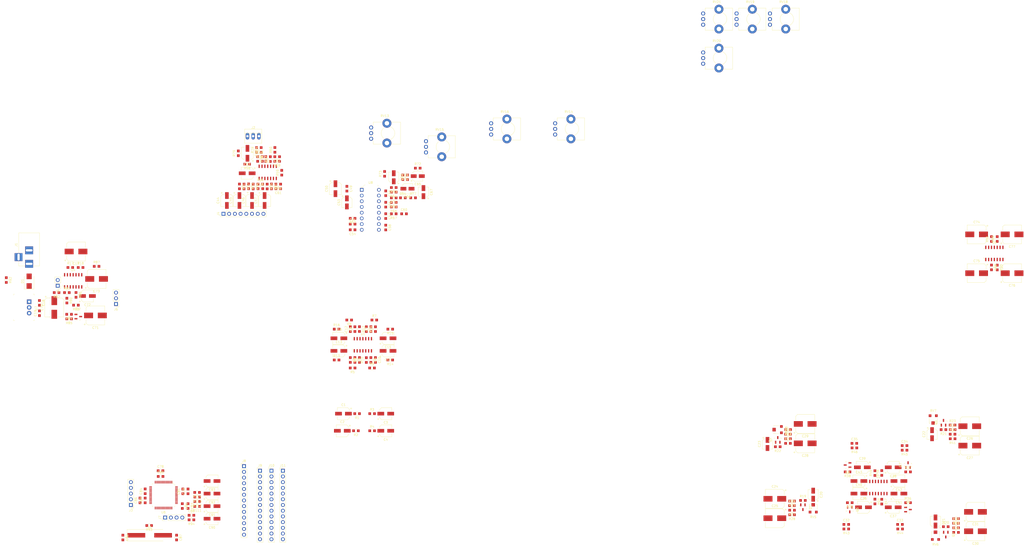
<source format=kicad_pcb>
(kicad_pcb (version 4) (host pcbnew 4.0.7)
  (layers (0 F.Cu signal) (31 B.Cu signal) (34 B.Paste user) (35 F.Paste user) (36 B.SilkS user) (37 F.SilkS user) (38 B.Mask user) (39 F.Mask user) (44 Edge.Cuts user))
  (net 0 "")
  (net 1 "Net-(C1-Pad1)")
  (net 2 /Filters/osc1)
  (net 3 "Net-(C2-Pad1)")
  (net 4 /Filters/osc2)
  (net 5 "Net-(C3-Pad1)")
  (net 6 /Filters/osc3)
  (net 7 "Net-(C4-Pad1)")
  (net 8 /Filters/osc4)
  (net 9 GND)
  (net 10 "Net-(C5-Pad1)")
  (net 11 "Net-(C6-Pad1)")
  (net 12 "Net-(C7-Pad1)")
  (net 13 "Net-(C8-Pad1)")
  (net 14 "Net-(C13-Pad1)")
  (net 15 "Net-(C10-Pad1)")
  (net 16 "Net-(C11-Pad1)")
  (net 17 "Net-(C12-Pad1)")
  (net 18 /Filters/filter_out_1)
  (net 19 /Filters/filter_out_2)
  (net 20 /Filters/filter_out_3)
  (net 21 /Filters/filter_out_4)
  (net 22 "Net-(C17-Pad1)")
  (net 23 +15V)
  (net 24 +5V)
  (net 25 "Net-(C20-Pad1)")
  (net 26 "Net-(C21-Pad1)")
  (net 27 "Net-(C22-Pad1)")
  (net 28 "Net-(C23-Pad1)")
  (net 29 "Net-(C24-Pad1)")
  (net 30 /Envelope/lfo1)
  (net 31 "Net-(C25-Pad1)")
  (net 32 /Microcontroller/envelope_pwm_1)
  (net 33 "Net-(C26-Pad1)")
  (net 34 /Envelope/lfo3)
  (net 35 "Net-(C27-Pad1)")
  (net 36 /Microcontroller/envelope_pwm_3)
  (net 37 "Net-(C28-Pad1)")
  (net 38 /Envelope/lfo4)
  (net 39 "Net-(C29-Pad1)")
  (net 40 /Microcontroller/envelope_pwm_4)
  (net 41 "Net-(C30-Pad1)")
  (net 42 /Envelope/lfo2)
  (net 43 "Net-(C31-Pad1)")
  (net 44 /Microcontroller/envelope_pwm_2)
  (net 45 "Net-(C32-Pad2)")
  (net 46 "Net-(C32-Pad1)")
  (net 47 "Net-(C33-Pad2)")
  (net 48 "Net-(C33-Pad1)")
  (net 49 "Net-(C34-Pad2)")
  (net 50 "Net-(C34-Pad1)")
  (net 51 "Net-(C35-Pad2)")
  (net 52 "Net-(C35-Pad1)")
  (net 53 "Net-(C36-Pad1)")
  (net 54 "Net-(C37-Pad1)")
  (net 55 "Net-(C38-Pad1)")
  (net 56 "Net-(C39-Pad1)")
  (net 57 "Net-(C40-Pad1)")
  (net 58 "Net-(C40-Pad2)")
  (net 59 "Net-(C41-Pad1)")
  (net 60 "Net-(C41-Pad2)")
  (net 61 "Net-(C42-Pad1)")
  (net 62 "Net-(C42-Pad2)")
  (net 63 "Net-(C43-Pad1)")
  (net 64 "Net-(C43-Pad2)")
  (net 65 "Net-(C44-Pad1)")
  (net 66 /Envelope/env_out_1)
  (net 67 "Net-(C45-Pad1)")
  (net 68 /Envelope/env_out_2)
  (net 69 "Net-(C46-Pad1)")
  (net 70 /Envelope/env_out_3)
  (net 71 "Net-(C47-Pad1)")
  (net 72 /Envelope/env_out_4)
  (net 73 "Net-(C48-Pad2)")
  (net 74 "Net-(C48-Pad1)")
  (net 75 "Net-(C51-Pad1)")
  (net 76 "/Mixer and Effects/delay_in")
  (net 77 "Net-(C53-Pad1)")
  (net 78 "Net-(C54-Pad1)")
  (net 79 "Net-(C55-Pad2)")
  (net 80 "Net-(C55-Pad1)")
  (net 81 "Net-(C56-Pad2)")
  (net 82 "Net-(C56-Pad1)")
  (net 83 "Net-(C57-Pad2)")
  (net 84 "Net-(C57-Pad1)")
  (net 85 "Net-(C58-Pad2)")
  (net 86 "Net-(C58-Pad1)")
  (net 87 "Net-(C59-Pad1)")
  (net 88 "Net-(C60-Pad1)")
  (net 89 "Net-(C61-Pad2)")
  (net 90 "Net-(C61-Pad1)")
  (net 91 "Net-(C62-Pad2)")
  (net 92 "Net-(C62-Pad1)")
  (net 93 "Net-(C63-Pad2)")
  (net 94 "Net-(C64-Pad1)")
  (net 95 "Net-(C65-Pad1)")
  (net 96 "Net-(C66-Pad2)")
  (net 97 "Net-(C67-Pad1)")
  (net 98 "Net-(C67-Pad2)")
  (net 99 "Net-(C68-Pad2)")
  (net 100 "Net-(C68-Pad1)")
  (net 101 "Net-(C69-Pad2)")
  (net 102 "Net-(C70-Pad1)")
  (net 103 "Net-(C70-Pad2)")
  (net 104 "Net-(C71-Pad1)")
  (net 105 "/LFO Modulation and Routing/lfo_square")
  (net 106 "Net-(C72-Pad2)")
  (net 107 "/LFO Modulation and Routing/lfo_tri")
  (net 108 "Net-(C74-Pad1)")
  (net 109 "Net-(C74-Pad2)")
  (net 110 "Net-(C75-Pad1)")
  (net 111 "Net-(C75-Pad2)")
  (net 112 "Net-(C76-Pad1)")
  (net 113 "Net-(C76-Pad2)")
  (net 114 "Net-(C77-Pad1)")
  (net 115 "Net-(C77-Pad2)")
  (net 116 GNDD)
  (net 117 "Net-(C82-Pad1)")
  (net 118 "Net-(C87-Pad1)")
  (net 119 "Net-(C88-Pad1)")
  (net 120 "Net-(C89-Pad1)")
  (net 121 "Net-(D1-Pad2)")
  (net 122 "Net-(J1-Pad3)")
  (net 123 "Net-(J2-Pad3)")
  (net 124 /Microcontroller/XRES)
  (net 125 /Microcontroller/SCLK)
  (net 126 /Microcontroller/SDAT)
  (net 127 "Net-(J7-Pad1)")
  (net 128 /Envelope/lfo_bias_1)
  (net 129 /Envelope/lfo_bias_2)
  (net 130 /Envelope/lfo_bias_3)
  (net 131 /Envelope/lfo_bias_4)
  (net 132 "Net-(Q5-Pad3)")
  (net 133 "Net-(Q6-Pad3)")
  (net 134 "Net-(Q7-Pad3)")
  (net 135 "Net-(Q8-Pad3)")
  (net 136 VREF)
  (net 137 "Net-(R27-Pad1)")
  (net 138 "Net-(R29-Pad1)")
  (net 139 "Net-(R31-Pad1)")
  (net 140 "Net-(R33-Pad1)")
  (net 141 "Net-(R55-Pad1)")
  (net 142 "Net-(R57-Pad2)")
  (net 143 "Net-(R57-Pad1)")
  (net 144 "/Mixer and Effects/delay_out")
  (net 145 "Net-(R61-Pad1)")
  (net 146 "Net-(R62-Pad1)")
  (net 147 "Net-(R73-Pad2)")
  (net 148 "Net-(R76-Pad1)")
  (net 149 "Net-(R80-Pad1)")
  (net 150 "Net-(R81-Pad2)")
  (net 151 "Net-(R86-Pad1)")
  (net 152 "/LFO Modulation and Routing/main_lfo")
  (net 153 "Net-(U6-Pad12)")
  (net 154 "Net-(U6-Pad13)")
  (net 155 "Net-(U6-Pad16)")
  (net 156 "Net-(U6-Pad19)")
  (net 157 "Net-(U6-Pad22)")
  (net 158 "Net-(U6-Pad23)")
  (net 159 "Net-(U6-Pad25)")
  (net 160 "Net-(U6-Pad27)")
  (net 161 "Net-(U6-Pad28)")
  (net 162 "Net-(U6-Pad30)")
  (net 163 "Net-(U6-Pad31)")
  (net 164 "Net-(U6-Pad32)")
  (net 165 "Net-(U6-Pad33)")
  (net 166 "Net-(U6-Pad34)")
  (net 167 "Net-(U6-Pad35)")
  (net 168 "Net-(U6-Pad36)")
  (net 169 "Net-(U6-Pad55)")
  (net 170 "Net-(U8-Pad5)")
  (net 171 /Connectors/freq_fb_1)
  (net 172 /Connectors/freq_fb_2)
  (net 173 /Connectors/freq_fb_3)
  (net 174 /Connectors/freq_fb_4)
  (net 175 "/LFO Modulation and Routing/LFO_freq_out")
  (net 176 /Connectors/freq_in_1)
  (net 177 /Connectors/freq_in_2)
  (net 178 /Connectors/freq_in_3)
  (net 179 /Connectors/freq_in_4)
  (net 180 /Connectors/freq_out_1)
  (net 181 /Connectors/freq_out_2)
  (net 182 /Connectors/freq_out_3)
  (net 183 /Connectors/freq_out_4)
  (net 184 "/LFO Modulation and Routing/LFO_freq_in")
  (net 185 /Connectors/osc4_repeat)
  (net 186 /Connectors/osc3_repeat)
  (net 187 /Connectors/osc2_repeat)
  (net 188 /Connectors/osc1_repeat)
  (net 189 /Connectors/osc4_quant)
  (net 190 /Connectors/osc3_quant)
  (net 191 /Connectors/osc2_quant)
  (net 192 /Connectors/osc1_quant)
  (net 193 /Connectors/envelope_pwm_bypass_in_1)
  (net 194 /Connectors/envelope_pwm_bypass_in_2)
  (net 195 /Connectors/envelope_pwm_bypass_in_3)
  (net 196 /Connectors/envelope_pwm_bypass_in_4)
  (net 197 /Connectors/osc1_speed)
  (net 198 /Connectors/osc1_freq_wiper)
  (net 199 /Connectors/osc1_pwm_wiper)
  (net 200 /Connectors/osc2_freq_wiper)
  (net 201 /Connectors/osc2_pwm_wiper)
  (net 202 /Connectors/osc3_freq_wiper)
  (net 203 /Connectors/osc3_pwm_wiper)
  (net 204 /Connectors/osc4_freq_wiper)
  (net 205 /Connectors/osc4_pwm_wiper)
  (net 206 "Net-(J7-Pad2)")
  (net 207 "Net-(J7-Pad3)")
  (net 208 "Net-(J7-Pad4)")
  (net 209 /Connectors/osc4_speed)
  (net 210 /Connectors/osc3_speed)
  (net 211 /Connectors/osc2_speed)
  (module Capacitors_SMD:CP_Elec_5x5.7 (layer F.Cu) (at 146.304 135.636 180)
    (fp_text reference C1 (at 0 3.92 180) (layer F.SilkS))
    (fp_text value 22uF)
    (fp_text user + (at -3.38 2.36 180) (layer F.SilkS))
    (pad 1 smd rect (at -2.2 0) (size 3 1.6) (layers F.Cu F.Paste F.Mask) (net 1 "Net-(C1-Pad1)"))
    (pad 2 smd rect (at 2.2 0) (size 3 1.6) (layers F.Cu F.Paste F.Mask) (net 2 /Filters/osc1))
  )
  (module Capacitors_SMD:CP_Elec_5x5.7 (layer F.Cu) (at 145.796 143.256 180)
    (fp_text reference C2 (at 0 3.92 180) (layer F.SilkS))
    (fp_text value 22uF)
    (fp_text user + (at -3.38 2.36 180) (layer F.SilkS))
    (pad 1 smd rect (at -2.2 0) (size 3 1.6) (layers F.Cu F.Paste F.Mask) (net 3 "Net-(C2-Pad1)"))
    (pad 2 smd rect (at 2.2 0) (size 3 1.6) (layers F.Cu F.Paste F.Mask) (net 4 /Filters/osc2))
  )
  (module Capacitors_SMD:CP_Elec_5x5.7 (layer F.Cu) (at 165.1 135.636)
    (fp_text reference C3 (at 0 3.92) (layer F.SilkS))
    (fp_text value 22uF)
    (fp_text user + (at -3.38 2.36) (layer F.SilkS))
    (pad 1 smd rect (at -2.2 0 180) (size 3 1.6) (layers F.Cu F.Paste F.Mask) (net 5 "Net-(C3-Pad1)"))
    (pad 2 smd rect (at 2.2 0 180) (size 3 1.6) (layers F.Cu F.Paste F.Mask) (net 6 /Filters/osc3))
  )
  (module Capacitors_SMD:CP_Elec_5x5.7 (layer F.Cu) (at 165.1 143.256)
    (fp_text reference C4 (at 0 3.92) (layer F.SilkS))
    (fp_text value 22uF)
    (fp_text user + (at -3.38 2.36) (layer F.SilkS))
    (pad 1 smd rect (at -2.2 0 180) (size 3 1.6) (layers F.Cu F.Paste F.Mask) (net 7 "Net-(C4-Pad1)"))
    (pad 2 smd rect (at 2.2 0 180) (size 3 1.6) (layers F.Cu F.Paste F.Mask) (net 8 /Filters/osc4))
  )
  (module digikey-footprints:0805 (layer F.Cu) (at 151.384 111.76 270)
    (fp_text reference C5 (at 0 -1.84 270) (layer F.SilkS))
    (fp_text value 10nF)
    (pad 2 smd rect (at 1.05 0 270) (size 1.2 1.2) (layers F.Cu F.Paste F.Mask) (net 9 GND))
    (pad 1 smd rect (at -1.05 0 270) (size 1.2 1.2) (layers F.Cu F.Paste F.Mask) (net 10 "Net-(C5-Pad1)"))
  )
  (module digikey-footprints:0805 (layer F.Cu) (at 158.496 111.76 270)
    (fp_text reference C6 (at 0 -1.84 270) (layer F.SilkS))
    (fp_text value 10nF)
    (pad 2 smd rect (at 1.05 0 270) (size 1.2 1.2) (layers F.Cu F.Paste F.Mask) (net 9 GND))
    (pad 1 smd rect (at -1.05 0 270) (size 1.2 1.2) (layers F.Cu F.Paste F.Mask) (net 11 "Net-(C6-Pad1)"))
  )
  (module digikey-footprints:0805 (layer F.Cu) (at 158.496 98.044 90)
    (fp_text reference C7 (at 0 -1.84 90) (layer F.SilkS))
    (fp_text value 10nF)
    (pad 2 smd rect (at 1.05 0 90) (size 1.2 1.2) (layers F.Cu F.Paste F.Mask) (net 9 GND))
    (pad 1 smd rect (at -1.05 0 90) (size 1.2 1.2) (layers F.Cu F.Paste F.Mask) (net 12 "Net-(C7-Pad1)"))
  )
  (module digikey-footprints:0805 (layer F.Cu) (at 151.384 98.044 90)
    (fp_text reference C8 (at 0 -1.84 90) (layer F.SilkS))
    (fp_text value 10nF)
    (pad 2 smd rect (at 1.05 0 90) (size 1.2 1.2) (layers F.Cu F.Paste F.Mask) (net 9 GND))
    (pad 1 smd rect (at -1.05 0 90) (size 1.2 1.2) (layers F.Cu F.Paste F.Mask) (net 13 "Net-(C8-Pad1)"))
  )
  (module digikey-footprints:0805 (layer F.Cu) (at 149.352 111.76 270)
    (fp_text reference C9 (at 0 -1.84 270) (layer F.SilkS))
    (fp_text value 10nF)
    (pad 2 smd rect (at 1.05 0 270) (size 1.2 1.2) (layers F.Cu F.Paste F.Mask) (net 171 /Connectors/freq_fb_1))
    (pad 1 smd rect (at -1.05 0 270) (size 1.2 1.2) (layers F.Cu F.Paste F.Mask) (net 14 "Net-(C13-Pad1)"))
  )
  (module digikey-footprints:0805 (layer F.Cu) (at 160.528 111.76 270)
    (fp_text reference C10 (at 0 -1.84 270) (layer F.SilkS))
    (fp_text value 10nF)
    (pad 2 smd rect (at 1.05 0 270) (size 1.2 1.2) (layers F.Cu F.Paste F.Mask) (net 172 /Connectors/freq_fb_2))
    (pad 1 smd rect (at -1.05 0 270) (size 1.2 1.2) (layers F.Cu F.Paste F.Mask) (net 15 "Net-(C10-Pad1)"))
  )
  (module digikey-footprints:0805 (layer F.Cu) (at 160.528 98.044 90)
    (fp_text reference C11 (at 0 -1.84 90) (layer F.SilkS))
    (fp_text value 10nF)
    (pad 2 smd rect (at 1.05 0 90) (size 1.2 1.2) (layers F.Cu F.Paste F.Mask) (net 173 /Connectors/freq_fb_3))
    (pad 1 smd rect (at -1.05 0 90) (size 1.2 1.2) (layers F.Cu F.Paste F.Mask) (net 16 "Net-(C11-Pad1)"))
  )
  (module digikey-footprints:0805 (layer F.Cu) (at 149.352 98.044 90)
    (fp_text reference C12 (at 0 -1.84 90) (layer F.SilkS))
    (fp_text value 10nF)
    (pad 2 smd rect (at 1.05 0 90) (size 1.2 1.2) (layers F.Cu F.Paste F.Mask) (net 174 /Connectors/freq_fb_4))
    (pad 1 smd rect (at -1.05 0 90) (size 1.2 1.2) (layers F.Cu F.Paste F.Mask) (net 17 "Net-(C12-Pad1)"))
  )
  (module Capacitors_SMD:CP_Elec_5x5.7 (layer F.Cu) (at 144.272 107.696 180)
    (fp_text reference C13 (at 0 3.92 180) (layer F.SilkS))
    (fp_text value 22uF)
    (fp_text user + (at -3.38 2.36 180) (layer F.SilkS))
    (pad 1 smd rect (at -2.2 0) (size 3 1.6) (layers F.Cu F.Paste F.Mask) (net 14 "Net-(C13-Pad1)"))
    (pad 2 smd rect (at 2.2 0) (size 3 1.6) (layers F.Cu F.Paste F.Mask) (net 18 /Filters/filter_out_1))
  )
  (module Capacitors_SMD:CP_Elec_5x5.7 (layer F.Cu) (at 166.116 107.696)
    (fp_text reference C14 (at 0 3.92) (layer F.SilkS))
    (fp_text value 22uF)
    (fp_text user + (at -3.38 2.36) (layer F.SilkS))
    (pad 1 smd rect (at -2.2 0 180) (size 3 1.6) (layers F.Cu F.Paste F.Mask) (net 15 "Net-(C10-Pad1)"))
    (pad 2 smd rect (at 2.2 0 180) (size 3 1.6) (layers F.Cu F.Paste F.Mask) (net 19 /Filters/filter_out_2))
  )
  (module Capacitors_SMD:CP_Elec_5x5.7 (layer F.Cu) (at 166.116 102.108)
    (fp_text reference C15 (at 0 3.92) (layer F.SilkS))
    (fp_text value 22uF)
    (fp_text user + (at -3.38 2.36) (layer F.SilkS))
    (pad 1 smd rect (at -2.2 0 180) (size 3 1.6) (layers F.Cu F.Paste F.Mask) (net 16 "Net-(C11-Pad1)"))
    (pad 2 smd rect (at 2.2 0 180) (size 3 1.6) (layers F.Cu F.Paste F.Mask) (net 20 /Filters/filter_out_3))
  )
  (module Capacitors_SMD:CP_Elec_5x5.7 (layer F.Cu) (at 144.272 102.108 180)
    (fp_text reference C16 (at 0 3.92 180) (layer F.SilkS))
    (fp_text value 22uF)
    (fp_text user + (at -3.38 2.36 180) (layer F.SilkS))
    (pad 1 smd rect (at -2.2 0) (size 3 1.6) (layers F.Cu F.Paste F.Mask) (net 17 "Net-(C12-Pad1)"))
    (pad 2 smd rect (at 2.2 0) (size 3 1.6) (layers F.Cu F.Paste F.Mask) (net 21 /Filters/filter_out_4))
  )
  (module Capacitors_SMD:CP_Elec_8x10 (layer F.Cu) (at 27.432 63.5)
    (fp_text reference C17 (at 0 5.45) (layer F.SilkS))
    (fp_text value 220uF)
    (fp_text user + (at -4.78 3.9) (layer F.SilkS))
    (pad 1 smd rect (at -3.05 0 180) (size 4 2.5) (layers F.Cu F.Paste F.Mask) (net 22 "Net-(C17-Pad1)"))
    (pad 2 smd rect (at 3.05 0 180) (size 4 2.5) (layers F.Cu F.Paste F.Mask) (net 9 GND))
  )
  (module digikey-footprints:0805 (layer F.Cu) (at 11.176 86.36 270)
    (fp_text reference C18 (at 0 -1.84 270) (layer F.SilkS))
    (fp_text value 0.33uF)
    (pad 2 smd rect (at 1.05 0 270) (size 1.2 1.2) (layers F.Cu F.Paste F.Mask) (net 9 GND))
    (pad 1 smd rect (at -1.05 0 270) (size 1.2 1.2) (layers F.Cu F.Paste F.Mask) (net 23 +15V))
  )
  (module digikey-footprints:0805 (layer F.Cu) (at 11.176 90.966 90)
    (fp_text reference C19 (at 0 -1.84 90) (layer F.SilkS))
    (fp_text value 0.1uF)
    (pad 2 smd rect (at 1.05 0 90) (size 1.2 1.2) (layers F.Cu F.Paste F.Mask) (net 9 GND))
    (pad 1 smd rect (at -1.05 0 90) (size 1.2 1.2) (layers F.Cu F.Paste F.Mask) (net 24 +5V))
  )
  (module Capacitors_SMD:CP_Elec_4x4.5 (layer F.Cu) (at 355.092 171.704 90)
    (fp_text reference C20 (at 0 3.58 270) (layer F.SilkS))
    (fp_text value 1uF)
    (fp_text user + (at -2.78 1.99 270) (layer F.SilkS))
    (pad 1 smd rect (at -1.8 0 270) (size 2.6 1.6) (layers F.Cu F.Paste F.Mask) (net 25 "Net-(C20-Pad1)"))
    (pad 2 smd rect (at 1.8 0 270) (size 2.6 1.6) (layers F.Cu F.Paste F.Mask) (net 9 GND))
  )
  (module Capacitors_SMD:CP_Elec_4x4.5 (layer F.Cu) (at 409.448 183.62 90)
    (fp_text reference C21 (at 0 3.58 270) (layer F.SilkS))
    (fp_text value 1uF)
    (fp_text user + (at -2.78 1.99 270) (layer F.SilkS))
    (pad 1 smd rect (at -1.8 0 270) (size 2.6 1.6) (layers F.Cu F.Paste F.Mask) (net 26 "Net-(C21-Pad1)"))
    (pad 2 smd rect (at 1.8 0 270) (size 2.6 1.6) (layers F.Cu F.Paste F.Mask) (net 9 GND))
  )
  (module Capacitors_SMD:CP_Elec_4x4.5 (layer F.Cu) (at 407.924 144.78 270)
    (fp_text reference C22 (at 0 3.58 450) (layer F.SilkS))
    (fp_text value 1uF)
    (fp_text user + (at -2.78 1.99 450) (layer F.SilkS))
    (pad 1 smd rect (at -1.8 0 90) (size 2.6 1.6) (layers F.Cu F.Paste F.Mask) (net 27 "Net-(C22-Pad1)"))
    (pad 2 smd rect (at 1.8 0 90) (size 2.6 1.6) (layers F.Cu F.Paste F.Mask) (net 9 GND))
  )
  (module Capacitors_SMD:CP_Elec_4x4.5 (layer F.Cu) (at 334.772 149.12 270)
    (fp_text reference C23 (at 0 3.58 450) (layer F.SilkS))
    (fp_text value 1uF)
    (fp_text user + (at -2.78 1.99 450) (layer F.SilkS))
    (pad 1 smd rect (at -1.8 0 90) (size 2.6 1.6) (layers F.Cu F.Paste F.Mask) (net 28 "Net-(C23-Pad1)"))
    (pad 2 smd rect (at 1.8 0 90) (size 2.6 1.6) (layers F.Cu F.Paste F.Mask) (net 9 GND))
  )
  (module Capacitors_SMD:CP_Elec_8x10 (layer F.Cu) (at 338.046506 173.514632 180)
    (fp_text reference C24 (at 0 5.45 180) (layer F.SilkS))
    (fp_text value 220u)
    (fp_text user + (at -4.78 3.9 180) (layer F.SilkS))
    (pad 1 smd rect (at -3.05 0) (size 4 2.5) (layers F.Cu F.Paste F.Mask) (net 29 "Net-(C24-Pad1)"))
    (pad 2 smd rect (at 3.05 0) (size 4 2.5) (layers F.Cu F.Paste F.Mask) (net 30 /Envelope/lfo1))
  )
  (module Capacitors_SMD:CP_Elec_8x10 (layer F.Cu) (at 338.046506 182.150632 180)
    (fp_text reference C25 (at 0 5.45 180) (layer F.SilkS))
    (fp_text value 220u)
    (fp_text user + (at -4.78 3.9 180) (layer F.SilkS))
    (pad 1 smd rect (at -3.05 0) (size 4 2.5) (layers F.Cu F.Paste F.Mask) (net 31 "Net-(C25-Pad1)"))
    (pad 2 smd rect (at 3.05 0) (size 4 2.5) (layers F.Cu F.Paste F.Mask) (net 32 /Microcontroller/envelope_pwm_1))
  )
  (module Capacitors_SMD:CP_Elec_8x10 (layer F.Cu) (at 424.688 141.224)
    (fp_text reference C26 (at 0 5.45) (layer F.SilkS))
    (fp_text value 220u)
    (fp_text user + (at -4.78 3.9) (layer F.SilkS))
    (pad 1 smd rect (at -3.05 0 180) (size 4 2.5) (layers F.Cu F.Paste F.Mask) (net 33 "Net-(C26-Pad1)"))
    (pad 2 smd rect (at 3.05 0 180) (size 4 2.5) (layers F.Cu F.Paste F.Mask) (net 34 /Envelope/lfo3))
  )
  (module Capacitors_SMD:CP_Elec_8x10 (layer F.Cu) (at 424.688 149.86)
    (fp_text reference C27 (at 0 5.45) (layer F.SilkS))
    (fp_text value 220u)
    (fp_text user + (at -4.78 3.9) (layer F.SilkS))
    (pad 1 smd rect (at -3.05 0 180) (size 4 2.5) (layers F.Cu F.Paste F.Mask) (net 35 "Net-(C27-Pad1)"))
    (pad 2 smd rect (at 3.05 0 180) (size 4 2.5) (layers F.Cu F.Paste F.Mask) (net 36 /Microcontroller/envelope_pwm_3))
  )
  (module Capacitors_SMD:CP_Elec_8x10 (layer F.Cu) (at 351.536 148.844)
    (fp_text reference C28 (at 0 5.45) (layer F.SilkS))
    (fp_text value 220u)
    (fp_text user + (at -4.78 3.9) (layer F.SilkS))
    (pad 1 smd rect (at -3.05 0 180) (size 4 2.5) (layers F.Cu F.Paste F.Mask) (net 37 "Net-(C28-Pad1)"))
    (pad 2 smd rect (at 3.05 0 180) (size 4 2.5) (layers F.Cu F.Paste F.Mask) (net 38 /Envelope/lfo4))
  )
  (module Capacitors_SMD:CP_Elec_8x10 (layer F.Cu) (at 351.536 140.208)
    (fp_text reference C29 (at 0 5.45) (layer F.SilkS))
    (fp_text value 220u)
    (fp_text user + (at -4.78 3.9) (layer F.SilkS))
    (pad 1 smd rect (at -3.05 0 180) (size 4 2.5) (layers F.Cu F.Paste F.Mask) (net 39 "Net-(C29-Pad1)"))
    (pad 2 smd rect (at 3.05 0 180) (size 4 2.5) (layers F.Cu F.Paste F.Mask) (net 40 /Microcontroller/envelope_pwm_4))
  )
  (module Capacitors_SMD:CP_Elec_8x10 (layer F.Cu) (at 427.228 187.96)
    (fp_text reference C30 (at 0 5.45) (layer F.SilkS))
    (fp_text value 220u)
    (fp_text user + (at -4.78 3.9) (layer F.SilkS))
    (pad 1 smd rect (at -3.05 0 180) (size 4 2.5) (layers F.Cu F.Paste F.Mask) (net 41 "Net-(C30-Pad1)"))
    (pad 2 smd rect (at 3.05 0 180) (size 4 2.5) (layers F.Cu F.Paste F.Mask) (net 42 /Envelope/lfo2))
  )
  (module Capacitors_SMD:CP_Elec_8x10 (layer F.Cu) (at 427.226 179.324)
    (fp_text reference C31 (at 0 5.45) (layer F.SilkS))
    (fp_text value 220u)
    (fp_text user + (at -4.78 3.9) (layer F.SilkS))
    (pad 1 smd rect (at -3.05 0 180) (size 4 2.5) (layers F.Cu F.Paste F.Mask) (net 43 "Net-(C31-Pad1)"))
    (pad 2 smd rect (at 3.05 0 180) (size 4 2.5) (layers F.Cu F.Paste F.Mask) (net 44 /Microcontroller/envelope_pwm_2))
  )
  (module digikey-footprints:0805 (layer F.Cu) (at 369.79 184.912)
    (fp_text reference C32 (at 0 -1.84) (layer F.SilkS))
    (fp_text value 1nF)
    (pad 2 smd rect (at 1.05 0) (size 1.2 1.2) (layers F.Cu F.Paste F.Mask) (net 45 "Net-(C32-Pad2)"))
    (pad 1 smd rect (at -1.05 0) (size 1.2 1.2) (layers F.Cu F.Paste F.Mask) (net 46 "Net-(C32-Pad1)"))
  )
  (module digikey-footprints:0805 (layer F.Cu) (at 393.666 184.912)
    (fp_text reference C33 (at 0 -1.84) (layer F.SilkS))
    (fp_text value 1nF)
    (pad 2 smd rect (at 1.05 0) (size 1.2 1.2) (layers F.Cu F.Paste F.Mask) (net 47 "Net-(C33-Pad2)"))
    (pad 1 smd rect (at -1.05 0) (size 1.2 1.2) (layers F.Cu F.Paste F.Mask) (net 48 "Net-(C33-Pad1)"))
  )
  (module digikey-footprints:0805 (layer F.Cu) (at 395.698 149.86)
    (fp_text reference C34 (at 0 -1.84) (layer F.SilkS))
    (fp_text value 1nF)
    (pad 2 smd rect (at 1.05 0) (size 1.2 1.2) (layers F.Cu F.Paste F.Mask) (net 49 "Net-(C34-Pad2)"))
    (pad 1 smd rect (at -1.05 0) (size 1.2 1.2) (layers F.Cu F.Paste F.Mask) (net 50 "Net-(C34-Pad1)"))
  )
  (module digikey-footprints:0805 (layer F.Cu) (at 373.38 148.844)
    (fp_text reference C35 (at 0 -1.84) (layer F.SilkS))
    (fp_text value 1nF)
    (pad 2 smd rect (at 1.05 0) (size 1.2 1.2) (layers F.Cu F.Paste F.Mask) (net 51 "Net-(C35-Pad2)"))
    (pad 1 smd rect (at -1.05 0) (size 1.2 1.2) (layers F.Cu F.Paste F.Mask) (net 52 "Net-(C35-Pad1)"))
  )
  (module Capacitors_SMD:CP_Elec_5x5.7 (layer F.Cu) (at 377.444 177.292 180)
    (fp_text reference C36 (at 0 3.92 180) (layer F.SilkS))
    (fp_text value 22uF)
    (fp_text user + (at -3.38 2.36 180) (layer F.SilkS))
    (pad 1 smd rect (at -2.2 0) (size 3 1.6) (layers F.Cu F.Paste F.Mask) (net 53 "Net-(C36-Pad1)"))
    (pad 2 smd rect (at 2.2 0) (size 3 1.6) (layers F.Cu F.Paste F.Mask) (net 45 "Net-(C32-Pad2)"))
  )
  (module Capacitors_SMD:CP_Elec_5x5.7 (layer F.Cu) (at 390.652 177.292)
    (fp_text reference C37 (at 0 3.92) (layer F.SilkS))
    (fp_text value 22uF)
    (fp_text user + (at -3.38 2.36) (layer F.SilkS))
    (pad 1 smd rect (at -2.2 0 180) (size 3 1.6) (layers F.Cu F.Paste F.Mask) (net 54 "Net-(C37-Pad1)"))
    (pad 2 smd rect (at 2.2 0 180) (size 3 1.6) (layers F.Cu F.Paste F.Mask) (net 47 "Net-(C33-Pad2)"))
  )
  (module Capacitors_SMD:CP_Elec_5x5.7 (layer F.Cu) (at 390.652 159.512)
    (fp_text reference C38 (at 0 3.92) (layer F.SilkS))
    (fp_text value 22uF)
    (fp_text user + (at -3.38 2.36) (layer F.SilkS))
    (pad 1 smd rect (at -2.2 0 180) (size 3 1.6) (layers F.Cu F.Paste F.Mask) (net 55 "Net-(C38-Pad1)"))
    (pad 2 smd rect (at 2.2 0 180) (size 3 1.6) (layers F.Cu F.Paste F.Mask) (net 49 "Net-(C34-Pad2)"))
  )
  (module Capacitors_SMD:CP_Elec_5x5.7 (layer F.Cu) (at 376.936 159.512 180)
    (fp_text reference C39 (at 0 3.92 180) (layer F.SilkS))
    (fp_text value 22uF)
    (fp_text user + (at -3.38 2.36 180) (layer F.SilkS))
    (pad 1 smd rect (at -2.2 0) (size 3 1.6) (layers F.Cu F.Paste F.Mask) (net 56 "Net-(C39-Pad1)"))
    (pad 2 smd rect (at 2.2 0) (size 3 1.6) (layers F.Cu F.Paste F.Mask) (net 51 "Net-(C35-Pad2)"))
  )
  (module Capacitors_SMD:CP_Elec_5x5.7 (layer F.Cu) (at 375.412 171.196 180)
    (fp_text reference C40 (at 0 3.92 180) (layer F.SilkS))
    (fp_text value 22uF)
    (fp_text user + (at -3.38 2.36 180) (layer F.SilkS))
    (pad 1 smd rect (at -2.2 0) (size 3 1.6) (layers F.Cu F.Paste F.Mask) (net 57 "Net-(C40-Pad1)"))
    (pad 2 smd rect (at 2.2 0) (size 3 1.6) (layers F.Cu F.Paste F.Mask) (net 58 "Net-(C40-Pad2)"))
  )
  (module Capacitors_SMD:CP_Elec_5x5.7 (layer F.Cu) (at 393.192 171.196)
    (fp_text reference C41 (at 0 3.92) (layer F.SilkS))
    (fp_text value 22uF)
    (fp_text user + (at -3.38 2.36) (layer F.SilkS))
    (pad 1 smd rect (at -2.2 0 180) (size 3 1.6) (layers F.Cu F.Paste F.Mask) (net 59 "Net-(C41-Pad1)"))
    (pad 2 smd rect (at 2.2 0 180) (size 3 1.6) (layers F.Cu F.Paste F.Mask) (net 60 "Net-(C41-Pad2)"))
  )
  (module Capacitors_SMD:CP_Elec_5x5.7 (layer F.Cu) (at 393.192 165.608)
    (fp_text reference C42 (at 0 3.92) (layer F.SilkS))
    (fp_text value 22uF)
    (fp_text user + (at -3.38 2.36) (layer F.SilkS))
    (pad 1 smd rect (at -2.2 0 180) (size 3 1.6) (layers F.Cu F.Paste F.Mask) (net 61 "Net-(C42-Pad1)"))
    (pad 2 smd rect (at 2.2 0 180) (size 3 1.6) (layers F.Cu F.Paste F.Mask) (net 62 "Net-(C42-Pad2)"))
  )
  (module Capacitors_SMD:CP_Elec_5x5.7 (layer F.Cu) (at 375.412 165.608 180)
    (fp_text reference C43 (at 0 3.92 180) (layer F.SilkS))
    (fp_text value 22uF)
    (fp_text user + (at -3.38 2.36 180) (layer F.SilkS))
    (pad 1 smd rect (at -2.2 0) (size 3 1.6) (layers F.Cu F.Paste F.Mask) (net 63 "Net-(C43-Pad1)"))
    (pad 2 smd rect (at 2.2 0) (size 3 1.6) (layers F.Cu F.Paste F.Mask) (net 64 "Net-(C43-Pad2)"))
  )
  (module Capacitors_SMD:CP_Elec_5x5.7 (layer F.Cu) (at 94.488 40.808 270)
    (fp_text reference C44 (at 0 3.92 270) (layer F.SilkS))
    (fp_text value 22uF)
    (fp_text user + (at -3.38 2.36 270) (layer F.SilkS))
    (pad 1 smd rect (at -2.2 0 90) (size 3 1.6) (layers F.Cu F.Paste F.Mask) (net 65 "Net-(C44-Pad1)"))
    (pad 2 smd rect (at 2.2 0 90) (size 3 1.6) (layers F.Cu F.Paste F.Mask) (net 66 /Envelope/env_out_1))
  )
  (module Capacitors_SMD:CP_Elec_5x5.7 (layer F.Cu) (at 100.076 40.808 270)
    (fp_text reference C45 (at 0 3.92 270) (layer F.SilkS))
    (fp_text value 22uF)
    (fp_text user + (at -3.38 2.36 270) (layer F.SilkS))
    (pad 1 smd rect (at -2.2 0 90) (size 3 1.6) (layers F.Cu F.Paste F.Mask) (net 67 "Net-(C45-Pad1)"))
    (pad 2 smd rect (at 2.2 0 90) (size 3 1.6) (layers F.Cu F.Paste F.Mask) (net 68 /Envelope/env_out_2))
  )
  (module Capacitors_SMD:CP_Elec_5x5.7 (layer F.Cu) (at 105.664 40.808 270)
    (fp_text reference C46 (at 0 3.92 270) (layer F.SilkS))
    (fp_text value 22uF)
    (fp_text user + (at -3.556 2.032 270) (layer F.SilkS))
    (pad 1 smd rect (at -2.2 0 90) (size 3 1.6) (layers F.Cu F.Paste F.Mask) (net 69 "Net-(C46-Pad1)"))
    (pad 2 smd rect (at 2.2 0 90) (size 3 1.6) (layers F.Cu F.Paste F.Mask) (net 70 /Envelope/env_out_3))
  )
  (module Capacitors_SMD:CP_Elec_5x5.7 (layer F.Cu) (at 111.252 40.808 270)
    (fp_text reference C47 (at 0 3.92 270) (layer F.SilkS))
    (fp_text value 22uF)
    (fp_text user + (at -3.38 2.36 270) (layer F.SilkS))
    (pad 1 smd rect (at -2.2 0 90) (size 3 1.6) (layers F.Cu F.Paste F.Mask) (net 71 "Net-(C47-Pad1)"))
    (pad 2 smd rect (at 2.2 0 90) (size 3 1.6) (layers F.Cu F.Paste F.Mask) (net 72 /Envelope/env_out_4))
  )
  (module digikey-footprints:0805 (layer F.Cu) (at 109.381 35.56)
    (fp_text reference C48 (at 0 -1.84) (layer F.SilkS))
    (fp_text value 100pF)
    (pad 2 smd rect (at 1.05 0) (size 1.2 1.2) (layers F.Cu F.Paste F.Mask) (net 73 "Net-(C48-Pad2)"))
    (pad 1 smd rect (at -1.05 0) (size 1.2 1.2) (layers F.Cu F.Paste F.Mask) (net 74 "Net-(C48-Pad1)"))
  )
  (module digikey-footprints:0805 (layer F.Cu) (at 147.828 35.56 270)
    (fp_text reference C49 (at 0 -1.84 270) (layer F.SilkS))
    (fp_text value 0.1uF)
    (pad 2 smd rect (at 1.05 0 270) (size 1.2 1.2) (layers F.Cu F.Paste F.Mask) (net 9 GND))
    (pad 1 smd rect (at -1.05 0 270) (size 1.2 1.2) (layers F.Cu F.Paste F.Mask) (net 24 +5V))
  )
  (module Capacitors_SMD:CP_Elec_5x5.7 (layer F.Cu) (at 142.748 35.56 270)
    (fp_text reference C50 (at 0 3.92 270) (layer F.SilkS))
    (fp_text value 100uF)
    (fp_text user + (at -3.38 2.36 270) (layer F.SilkS))
    (pad 1 smd rect (at -2.2 0 90) (size 3 1.6) (layers F.Cu F.Paste F.Mask) (net 24 +5V))
    (pad 2 smd rect (at 2.2 0 90) (size 3 1.6) (layers F.Cu F.Paste F.Mask) (net 9 GND))
  )
  (module digikey-footprints:0805 (layer F.Cu) (at 150.368 51.308)
    (fp_text reference C51 (at 0 -1.84) (layer F.SilkS))
    (fp_text value 0.1uF)
    (pad 2 smd rect (at 1.05 0) (size 1.2 1.2) (layers F.Cu F.Paste F.Mask) (net 9 GND))
    (pad 1 smd rect (at -1.05 0) (size 1.2 1.2) (layers F.Cu F.Paste F.Mask) (net 75 "Net-(C51-Pad1)"))
  )
  (module Capacitors_SMD:CP_Elec_5x5.7 (layer F.Cu) (at 103.505 28.702 180)
    (fp_text reference C52 (at 0 3.92 180) (layer F.SilkS))
    (fp_text value 22uF)
    (fp_text user + (at -3.38 2.36 180) (layer F.SilkS))
    (pad 1 smd rect (at -2.2 0) (size 3 1.6) (layers F.Cu F.Paste F.Mask) (net 74 "Net-(C48-Pad1)"))
    (pad 2 smd rect (at 2.2 0) (size 3 1.6) (layers F.Cu F.Paste F.Mask) (net 76 "/Mixer and Effects/delay_in"))
  )
  (module Capacitors_SMD:CP_Elec_4x5.7 (layer F.Cu) (at 147.828 41.656 270)
    (fp_text reference C53 (at 0 3.54 270) (layer F.SilkS))
    (fp_text value 47uF)
    (fp_text user + (at -2.77 2.01 270) (layer F.SilkS))
    (pad 1 smd rect (at -1.8 0 90) (size 2.6 1.6) (layers F.Cu F.Paste F.Mask) (net 77 "Net-(C53-Pad1)"))
    (pad 2 smd rect (at 1.8 0 90) (size 2.6 1.6) (layers F.Cu F.Paste F.Mask) (net 9 GND))
  )
  (module digikey-footprints:0805 (layer F.Cu) (at 150.368 53.848 180)
    (fp_text reference C54 (at 0 -1.84 180) (layer F.SilkS))
    (fp_text value 0.1uF)
    (pad 2 smd rect (at 1.05 0 180) (size 1.2 1.2) (layers F.Cu F.Paste F.Mask) (net 9 GND))
    (pad 1 smd rect (at -1.05 0 180) (size 1.2 1.2) (layers F.Cu F.Paste F.Mask) (net 78 "Net-(C54-Pad1)"))
  )
  (module digikey-footprints:0805 (layer F.Cu) (at 165.1 37.592 270)
    (fp_text reference C55 (at 0 -1.84 270) (layer F.SilkS))
    (fp_text value 560pF)
    (pad 2 smd rect (at 1.05 0 270) (size 1.2 1.2) (layers F.Cu F.Paste F.Mask) (net 79 "Net-(C55-Pad2)"))
    (pad 1 smd rect (at -1.05 0 270) (size 1.2 1.2) (layers F.Cu F.Paste F.Mask) (net 80 "Net-(C55-Pad1)"))
  )
  (module digikey-footprints:0805 (layer F.Cu) (at 165.1 42.672 270)
    (fp_text reference C56 (at 0 -1.84 270) (layer F.SilkS))
    (fp_text value 560pF)
    (pad 2 smd rect (at 1.05 0 270) (size 1.2 1.2) (layers F.Cu F.Paste F.Mask) (net 81 "Net-(C56-Pad2)"))
    (pad 1 smd rect (at -1.05 0 270) (size 1.2 1.2) (layers F.Cu F.Paste F.Mask) (net 82 "Net-(C56-Pad1)"))
  )
  (module digikey-footprints:0805 (layer F.Cu) (at 165.1 47.752 270)
    (fp_text reference C57 (at 0 -1.84 270) (layer F.SilkS))
    (fp_text value 82nF)
    (pad 2 smd rect (at 1.05 0 270) (size 1.2 1.2) (layers F.Cu F.Paste F.Mask) (net 83 "Net-(C57-Pad2)"))
    (pad 1 smd rect (at -1.05 0 270) (size 1.2 1.2) (layers F.Cu F.Paste F.Mask) (net 84 "Net-(C57-Pad1)"))
  )
  (module digikey-footprints:0805 (layer F.Cu) (at 165.1 52.832 270)
    (fp_text reference C58 (at 0 -1.84 270) (layer F.SilkS))
    (fp_text value 82nF)
    (pad 2 smd rect (at 1.05 0 270) (size 1.2 1.2) (layers F.Cu F.Paste F.Mask) (net 85 "Net-(C58-Pad2)"))
    (pad 1 smd rect (at -1.05 0 270) (size 1.2 1.2) (layers F.Cu F.Paste F.Mask) (net 86 "Net-(C58-Pad1)"))
  )
  (module digikey-footprints:0805 (layer F.Cu) (at 173.736 31.496)
    (fp_text reference C59 (at 0 -1.84) (layer F.SilkS))
    (fp_text value 3900pF)
    (pad 2 smd rect (at 1.05 0) (size 1.2 1.2) (layers F.Cu F.Paste F.Mask) (net 9 GND))
    (pad 1 smd rect (at -1.05 0) (size 1.2 1.2) (layers F.Cu F.Paste F.Mask) (net 87 "Net-(C59-Pad1)"))
  )
  (module digikey-footprints:0805 (layer F.Cu) (at 173.228 46.736)
    (fp_text reference C60 (at 0 -1.84) (layer F.SilkS))
    (fp_text value 3300pF)
    (pad 2 smd rect (at 1.05 0) (size 1.2 1.2) (layers F.Cu F.Paste F.Mask) (net 9 GND))
    (pad 1 smd rect (at -1.05 0) (size 1.2 1.2) (layers F.Cu F.Paste F.Mask) (net 88 "Net-(C60-Pad1)"))
  )
  (module digikey-footprints:0805 (layer F.Cu) (at 117.314 35.56 180)
    (fp_text reference C61 (at 0 -1.84 180) (layer F.SilkS))
    (fp_text value 100pF)
    (pad 2 smd rect (at 1.05 0 180) (size 1.2 1.2) (layers F.Cu F.Paste F.Mask) (net 89 "Net-(C61-Pad2)"))
    (pad 1 smd rect (at -1.05 0 180) (size 1.2 1.2) (layers F.Cu F.Paste F.Mask) (net 90 "Net-(C61-Pad1)"))
  )
  (module digikey-footprints:0805 (layer F.Cu) (at 116.84 21.336 180)
    (fp_text reference C62 (at 0 -1.84 180) (layer F.SilkS))
    (fp_text value 100pF)
    (pad 2 smd rect (at 1.05 0 180) (size 1.2 1.2) (layers F.Cu F.Paste F.Mask) (net 91 "Net-(C62-Pad2)"))
    (pad 1 smd rect (at -1.05 0 180) (size 1.2 1.2) (layers F.Cu F.Paste F.Mask) (net 92 "Net-(C62-Pad1)"))
  )
  (module Capacitors_SMD:CP_Elec_4x5.7 (layer F.Cu) (at 168.656 30.48 90)
    (fp_text reference C63 (at 0 3.54 90) (layer F.SilkS))
    (fp_text value 4.7uF)
    (fp_text user + (at -2.77 2.01 90) (layer F.SilkS))
    (pad 1 smd rect (at -1.8 0 270) (size 2.6 1.6) (layers F.Cu F.Paste F.Mask) (net 87 "Net-(C59-Pad1)"))
    (pad 2 smd rect (at 1.8 0 270) (size 2.6 1.6) (layers F.Cu F.Paste F.Mask) (net 93 "Net-(C63-Pad2)"))
  )
  (module digikey-footprints:0805 (layer F.Cu) (at 172.72 39.624)
    (fp_text reference C64 (at 0 -1.84) (layer F.SilkS))
    (fp_text value 0.01uF)
    (pad 2 smd rect (at 1.05 0) (size 1.2 1.2) (layers F.Cu F.Paste F.Mask) (net 9 GND))
    (pad 1 smd rect (at -1.05 0) (size 1.2 1.2) (layers F.Cu F.Paste F.Mask) (net 94 "Net-(C64-Pad1)"))
  )
  (module Capacitors_SMD:CP_Elec_4x5.7 (layer F.Cu) (at 179.324 29.972)
    (fp_text reference C65 (at 0 3.54) (layer F.SilkS))
    (fp_text value 4.7uF)
    (fp_text user + (at -2.77 2.01) (layer F.SilkS))
    (pad 1 smd rect (at -1.8 0 180) (size 2.6 1.6) (layers F.Cu F.Paste F.Mask) (net 95 "Net-(C65-Pad1)"))
    (pad 2 smd rect (at 1.8 0 180) (size 2.6 1.6) (layers F.Cu F.Paste F.Mask) (net 76 "/Mixer and Effects/delay_in"))
  )
  (module Capacitors_SMD:CP_Elec_4x5.7 (layer F.Cu) (at 174.752 35.56)
    (fp_text reference C66 (at 0 3.54) (layer F.SilkS))
    (fp_text value 10uF)
    (fp_text user + (at -2.77 2.01) (layer F.SilkS))
    (pad 1 smd rect (at -1.8 0 180) (size 2.6 1.6) (layers F.Cu F.Paste F.Mask) (net 94 "Net-(C64-Pad1)"))
    (pad 2 smd rect (at 1.8 0 180) (size 2.6 1.6) (layers F.Cu F.Paste F.Mask) (net 96 "Net-(C66-Pad2)"))
  )
  (module Capacitors_SMD:CP_Elec_4x5.7 (layer F.Cu) (at 181.864 37.084 90)
    (fp_text reference C67 (at 0 3.54 90) (layer F.SilkS))
    (fp_text value 10uF)
    (fp_text user + (at -2.77 2.01 90) (layer F.SilkS))
    (pad 1 smd rect (at -1.8 0 270) (size 2.6 1.6) (layers F.Cu F.Paste F.Mask) (net 97 "Net-(C67-Pad1)"))
    (pad 2 smd rect (at 1.8 0 270) (size 2.6 1.6) (layers F.Cu F.Paste F.Mask) (net 98 "Net-(C67-Pad2)"))
  )
  (module digikey-footprints:0805 (layer F.Cu) (at 109.22 21.336)
    (fp_text reference C68 (at 0 -1.84) (layer F.SilkS))
    (fp_text value 100pF)
    (pad 2 smd rect (at 1.05 0) (size 1.2 1.2) (layers F.Cu F.Paste F.Mask) (net 99 "Net-(C68-Pad2)"))
    (pad 1 smd rect (at -1.05 0) (size 1.2 1.2) (layers F.Cu F.Paste F.Mask) (net 100 "Net-(C68-Pad1)"))
  )
  (module Capacitors_SMD:CP_Elec_5x5.7 (layer F.Cu) (at 103.632 19.812 90)
    (fp_text reference C69 (at 0 3.92 90) (layer F.SilkS))
    (fp_text value 22uF)
    (fp_text user + (at -3.38 2.36 90) (layer F.SilkS))
    (pad 1 smd rect (at -2.2 0 270) (size 3 1.6) (layers F.Cu F.Paste F.Mask) (net 100 "Net-(C68-Pad1)"))
    (pad 2 smd rect (at 2.2 0 270) (size 3 1.6) (layers F.Cu F.Paste F.Mask) (net 101 "Net-(C69-Pad2)"))
  )
  (module Capacitors_SMD:CP_Elec_8x10 (layer F.Cu) (at 17.78 88.392 270)
    (fp_text reference C70 (at 0 5.45 270) (layer F.SilkS))
    (fp_text value 220uF)
    (fp_text user + (at -4.78 3.9 270) (layer F.SilkS))
    (pad 1 smd rect (at -3.05 0 90) (size 4 2.5) (layers F.Cu F.Paste F.Mask) (net 102 "Net-(C70-Pad1)"))
    (pad 2 smd rect (at 3.05 0 90) (size 4 2.5) (layers F.Cu F.Paste F.Mask) (net 103 "Net-(C70-Pad2)"))
  )
  (module Capacitors_SMD:CP_Elec_8x10 (layer F.Cu) (at 36.068 91.948)
    (fp_text reference C71 (at 0 5.45) (layer F.SilkS))
    (fp_text value 220uF)
    (fp_text user + (at -4.78 3.9) (layer F.SilkS))
    (pad 1 smd rect (at -3.05 0 180) (size 4 2.5) (layers F.Cu F.Paste F.Mask) (net 104 "Net-(C71-Pad1)"))
    (pad 2 smd rect (at 3.05 0 180) (size 4 2.5) (layers F.Cu F.Paste F.Mask) (net 105 "/LFO Modulation and Routing/lfo_square"))
  )
  (module Capacitors_SMD:CP_Elec_5x5.7 (layer F.Cu) (at 32.512 83.312)
    (fp_text reference C72 (at 0 3.92) (layer F.SilkS))
    (fp_text value 22uF)
    (fp_text user + (at -3.38 2.36) (layer F.SilkS))
    (pad 1 smd rect (at -2.2 0 180) (size 3 1.6) (layers F.Cu F.Paste F.Mask) (net 175 "/LFO Modulation and Routing/LFO_freq_out"))
    (pad 2 smd rect (at 2.2 0 180) (size 3 1.6) (layers F.Cu F.Paste F.Mask) (net 106 "Net-(C72-Pad2)"))
  )
  (module Capacitors_SMD:CP_Elec_8x10 (layer F.Cu) (at 36.576 75.692)
    (fp_text reference C73 (at 0 5.45) (layer F.SilkS))
    (fp_text value 220uF)
    (fp_text user + (at -4.78 3.9) (layer F.SilkS))
    (pad 1 smd rect (at -3.05 0 180) (size 4 2.5) (layers F.Cu F.Paste F.Mask) (net 106 "Net-(C72-Pad2)"))
    (pad 2 smd rect (at 3.05 0 180) (size 4 2.5) (layers F.Cu F.Paste F.Mask) (net 107 "/LFO Modulation and Routing/lfo_tri"))
  )
  (module Capacitors_SMD:CP_Elec_8x10 (layer F.Cu) (at 427.736 55.88 180)
    (fp_text reference C74 (at 0 5.45 180) (layer F.SilkS))
    (fp_text value 220uF)
    (fp_text user + (at -4.78 3.9 180) (layer F.SilkS))
    (pad 1 smd rect (at -3.05 0) (size 4 2.5) (layers F.Cu F.Paste F.Mask) (net 108 "Net-(C74-Pad1)"))
    (pad 2 smd rect (at 3.05 0) (size 4 2.5) (layers F.Cu F.Paste F.Mask) (net 109 "Net-(C74-Pad2)"))
  )
  (module Capacitors_SMD:CP_Elec_8x10 (layer F.Cu) (at 427.736 73.152 180)
    (fp_text reference C75 (at 0 5.45 180) (layer F.SilkS))
    (fp_text value 220uF)
    (fp_text user + (at -4.78 3.9 180) (layer F.SilkS))
    (pad 1 smd rect (at -3.05 0) (size 4 2.5) (layers F.Cu F.Paste F.Mask) (net 110 "Net-(C75-Pad1)"))
    (pad 2 smd rect (at 3.05 0) (size 4 2.5) (layers F.Cu F.Paste F.Mask) (net 111 "Net-(C75-Pad2)"))
  )
  (module Capacitors_SMD:CP_Elec_8x10 (layer F.Cu) (at 443.484 73.152)
    (fp_text reference C76 (at 0 5.45) (layer F.SilkS))
    (fp_text value 220uF)
    (fp_text user + (at -4.78 3.9) (layer F.SilkS))
    (pad 1 smd rect (at -3.05 0 180) (size 4 2.5) (layers F.Cu F.Paste F.Mask) (net 112 "Net-(C76-Pad1)"))
    (pad 2 smd rect (at 3.05 0 180) (size 4 2.5) (layers F.Cu F.Paste F.Mask) (net 113 "Net-(C76-Pad2)"))
  )
  (module Capacitors_SMD:CP_Elec_8x10 (layer F.Cu) (at 443.482 55.88)
    (fp_text reference C77 (at 0 5.45) (layer F.SilkS))
    (fp_text value 220uF)
    (fp_text user + (at -4.78 3.9) (layer F.SilkS))
    (pad 1 smd rect (at -3.05 0 180) (size 4 2.5) (layers F.Cu F.Paste F.Mask) (net 114 "Net-(C77-Pad1)"))
    (pad 2 smd rect (at 3.05 0 180) (size 4 2.5) (layers F.Cu F.Paste F.Mask) (net 115 "Net-(C77-Pad2)"))
  )
  (module digikey-footprints:0805 (layer F.Cu) (at 65.024 163.576)
    (fp_text reference C80 (at 0 -1.84) (layer F.SilkS))
    (fp_text value 0.1uF)
    (pad 2 smd rect (at 1.05 0) (size 1.2 1.2) (layers F.Cu F.Paste F.Mask) (net 116 GNDD))
    (pad 1 smd rect (at -1.05 0) (size 1.2 1.2) (layers F.Cu F.Paste F.Mask) (net 24 +5V))
  )
  (module digikey-footprints:0805 (layer F.Cu) (at 74.93 170.214 90)
    (fp_text reference C81 (at 0 -1.84 90) (layer F.SilkS))
    (fp_text value 0.1uF)
    (pad 2 smd rect (at 1.05 0 90) (size 1.2 1.2) (layers F.Cu F.Paste F.Mask) (net 116 GNDD))
    (pad 1 smd rect (at -1.05 0 90) (size 1.2 1.2) (layers F.Cu F.Paste F.Mask) (net 24 +5V))
  )
  (module digikey-footprints:0805 (layer F.Cu) (at 48.26 190.754 270)
    (fp_text reference C82 (at 0 -1.84 270) (layer F.SilkS))
    (fp_text value 22pF)
    (pad 2 smd rect (at 1.05 0 270) (size 1.2 1.2) (layers F.Cu F.Paste F.Mask) (net 116 GNDD))
    (pad 1 smd rect (at -1.05 0 270) (size 1.2 1.2) (layers F.Cu F.Paste F.Mask) (net 117 "Net-(C82-Pad1)"))
  )
  (module digikey-footprints:0805 (layer F.Cu) (at 58.166 170.18 90)
    (fp_text reference C84 (at 0 -1.84 90) (layer F.SilkS))
    (fp_text value 0.1uF)
    (pad 2 smd rect (at 1.05 0 90) (size 1.2 1.2) (layers F.Cu F.Paste F.Mask) (net 116 GNDD))
    (pad 1 smd rect (at -1.05 0 90) (size 1.2 1.2) (layers F.Cu F.Paste F.Mask) (net 24 +5V))
  )
  (module digikey-footprints:0805 (layer F.Cu) (at 74.676 176.75 270)
    (fp_text reference C85 (at 0 -1.84 270) (layer F.SilkS))
    (fp_text value 0.1uF)
    (pad 2 smd rect (at 1.05 0 270) (size 1.2 1.2) (layers F.Cu F.Paste F.Mask) (net 116 GNDD))
    (pad 1 smd rect (at -1.05 0 270) (size 1.2 1.2) (layers F.Cu F.Paste F.Mask) (net 24 +5V))
  )
  (module digikey-footprints:0805 (layer F.Cu) (at 72.136 190.754 270)
    (fp_text reference C87 (at 0 -1.84 270) (layer F.SilkS))
    (fp_text value 22pF)
    (pad 2 smd rect (at 1.05 0 270) (size 1.2 1.2) (layers F.Cu F.Paste F.Mask) (net 116 GNDD))
    (pad 1 smd rect (at -1.05 0 270) (size 1.2 1.2) (layers F.Cu F.Paste F.Mask) (net 118 "Net-(C87-Pad1)"))
  )
  (module digikey-footprints:0805 (layer F.Cu) (at 58.166 174.244 90)
    (fp_text reference C89 (at 0 -1.84 90) (layer F.SilkS))
    (fp_text value 2.2nF)
    (pad 2 smd rect (at 1.05 0 90) (size 1.2 1.2) (layers F.Cu F.Paste F.Mask) (net 116 GNDD))
    (pad 1 smd rect (at -1.05 0 90) (size 1.2 1.2) (layers F.Cu F.Paste F.Mask) (net 120 "Net-(C89-Pad1)"))
  )
  (module Capacitors_SMD:CP_Elec_5x5.7 (layer F.Cu) (at 87.884 182.372)
    (fp_text reference C90 (at 0 3.92) (layer F.SilkS))
    (fp_text value CP1_Small)
    (fp_text user + (at -3.38 2.36) (layer F.SilkS))
    (pad 1 smd rect (at -2.2 0 180) (size 3 1.6) (layers F.Cu F.Paste F.Mask) (net 32 /Microcontroller/envelope_pwm_1))
    (pad 2 smd rect (at 2.2 0 180) (size 3 1.6) (layers F.Cu F.Paste F.Mask) (net 9 GND))
  )
  (module Capacitors_SMD:CP_Elec_5x5.7 (layer F.Cu) (at 87.884 176.784)
    (fp_text reference C91 (at 0 3.92) (layer F.SilkS))
    (fp_text value CP1_Small)
    (fp_text user + (at -3.38 2.36) (layer F.SilkS))
    (pad 1 smd rect (at -2.2 0 180) (size 3 1.6) (layers F.Cu F.Paste F.Mask) (net 44 /Microcontroller/envelope_pwm_2))
    (pad 2 smd rect (at 2.2 0 180) (size 3 1.6) (layers F.Cu F.Paste F.Mask) (net 9 GND))
  )
  (module Capacitors_SMD:CP_Elec_5x5.7 (layer F.Cu) (at 87.884 171.196)
    (fp_text reference C92 (at 0 3.92) (layer F.SilkS))
    (fp_text value CP1_Small)
    (fp_text user + (at -3.38 2.36) (layer F.SilkS))
    (pad 1 smd rect (at -2.2 0 180) (size 3 1.6) (layers F.Cu F.Paste F.Mask) (net 36 /Microcontroller/envelope_pwm_3))
    (pad 2 smd rect (at 2.2 0 180) (size 3 1.6) (layers F.Cu F.Paste F.Mask) (net 9 GND))
  )
  (module Capacitors_SMD:CP_Elec_5x5.7 (layer F.Cu) (at 87.884 165.608)
    (fp_text reference C93 (at 0 3.92) (layer F.SilkS))
    (fp_text value CP1_Small)
    (fp_text user + (at -3.38 2.36) (layer F.SilkS))
    (pad 1 smd rect (at -2.2 0 180) (size 3 1.6) (layers F.Cu F.Paste F.Mask) (net 40 /Microcontroller/envelope_pwm_4))
    (pad 2 smd rect (at 2.2 0 180) (size 3 1.6) (layers F.Cu F.Paste F.Mask) (net 9 GND))
  )
  (module Diodes_SMD:D_SMB (layer F.Cu) (at 6.604 76.708 90)
    (fp_text reference D1 (at 0 -3 90) (layer F.SilkS))
    (fp_text value D_Schottky)
    (pad 1 smd rect (at -2.15 0 90) (size 2.5 2.3) (layers F.Cu F.Paste F.Mask) (net 23 +15V))
    (pad 2 smd rect (at 2.15 0 90) (size 2.5 2.3) (layers F.Cu F.Paste F.Mask) (net 121 "Net-(D1-Pad2)"))
  )
  (module digikey-footprints:SOT-23-3 (layer F.Cu) (at 28.448 92.456)
    (fp_text reference D2 (at 0.025 -3.375) (layer F.SilkS))
    (fp_text value BZX84C3V3-T1)
    (pad 3 smd rect (at 1.05 0) (size 1.3 0.6) (layers F.Cu F.Paste F.Mask))
    (pad 2 smd rect (at -1.05 0.95) (size 1.3 0.6) (layers F.Cu F.Paste F.Mask) (net 9 GND))
    (pad 1 smd rect (at -1.05 -0.95) (size 1.3 0.6) (layers F.Cu F.Paste F.Mask) (net 104 "Net-(C71-Pad1)"))
  )
  (module Connectors:BARREL_JACK (layer F.Cu) (at 6.604 68.992 270)
    (fp_text reference J1 (at -8.45 5.75 450) (layer F.SilkS))
    (fp_text value Barrel_Jack)
    (pad 1 thru_hole rect (at 0 0 270) (size 3.5 3.5) (drill oval 1 3) (layers *.Cu *.Mask) (net 121 "Net-(D1-Pad2)"))
    (pad 2 thru_hole rect (at -6 0 270) (size 3.5 3.5) (drill oval 1 3) (layers *.Cu *.Mask) (net 9 GND))
    (pad 3 thru_hole rect (at -3 4.7 270) (size 3.5 3.5) (drill oval 3 1) (layers *.Cu *.Mask) (net 122 "Net-(J1-Pad3)"))
  )
  (module Connectors:PINHEAD1-3 (layer F.Cu) (at 103.632 12.192)
    (fp_text reference J2 (at 2.59 -3.8) (layer F.SilkS))
    (fp_text value Audio-Jack-2_Switch)
    (pad 1 thru_hole oval (at 0 0) (size 1.51 3.01) (drill 1) (layers *.Cu *.Mask) (net 101 "Net-(C69-Pad2)"))
    (pad 2 thru_hole oval (at 2.54 0) (size 1.51 3.01) (drill 1) (layers *.Cu *.Mask) (net 9 GND))
    (pad 3 thru_hole oval (at 5.08 0) (size 1.51 3.01) (drill 1) (layers *.Cu *.Mask) (net 123 "Net-(J2-Pad3)"))
  )
  (module Pin_Headers:Pin_Header_Straight_1x05_Pitch2.54mm (layer F.Cu) (at 51.816 176.276 180)
    (fp_text reference J3 (at 0 -2.33 180) (layer F.SilkS))
    (fp_text value SWD_programming)
    (pad 1 thru_hole rect (at 0 0 180) (size 1.7 1.7) (drill 1) (layers *.Cu *.Mask) (net 24 +5V))
    (pad 2 thru_hole oval (at 0 2.54 180) (size 1.7 1.7) (drill 1) (layers *.Cu *.Mask) (net 116 GNDD))
    (pad 3 thru_hole oval (at 0 5.08 180) (size 1.7 1.7) (drill 1) (layers *.Cu *.Mask) (net 124 /Microcontroller/XRES))
    (pad 4 thru_hole oval (at 0 7.62 180) (size 1.7 1.7) (drill 1) (layers *.Cu *.Mask) (net 125 /Microcontroller/SCLK))
    (pad 5 thru_hole oval (at 0 10.16 180) (size 1.7 1.7) (drill 1) (layers *.Cu *.Mask) (net 126 /Microcontroller/SDAT))
  )
  (module digikey-footprints:SOT-23-3 (layer F.Cu) (at 350.52 177.258 270)
    (fp_text reference Q1 (at 0.025 -3.375 270) (layer F.SilkS))
    (fp_text value MMBT3904-TP)
    (pad 3 smd rect (at 1.05 0 270) (size 1.3 0.6) (layers F.Cu F.Paste F.Mask) (net 23 +15V))
    (pad 2 smd rect (at -1.05 0.95 270) (size 1.3 0.6) (layers F.Cu F.Paste F.Mask) (net 128 /Envelope/lfo_bias_1))
    (pad 1 smd rect (at -1.05 -0.95 270) (size 1.3 0.6) (layers F.Cu F.Paste F.Mask) (net 25 "Net-(C20-Pad1)"))
  )
  (module digikey-footprints:SOT-23-3 (layer F.Cu) (at 414.02 189.45 270)
    (fp_text reference Q2 (at 0.025 -3.375 270) (layer F.SilkS))
    (fp_text value MMBT3904-TP)
    (pad 3 smd rect (at 1.05 0 270) (size 1.3 0.6) (layers F.Cu F.Paste F.Mask) (net 23 +15V))
    (pad 2 smd rect (at -1.05 0.95 270) (size 1.3 0.6) (layers F.Cu F.Paste F.Mask) (net 129 /Envelope/lfo_bias_2))
    (pad 1 smd rect (at -1.05 -0.95 270) (size 1.3 0.6) (layers F.Cu F.Paste F.Mask) (net 26 "Net-(C21-Pad1)"))
  )
  (module digikey-footprints:SOT-23-3 (layer F.Cu) (at 413.004 139.7 90)
    (fp_text reference Q3 (at 0.025 -3.375 90) (layer F.SilkS))
    (fp_text value MMBT3904-TP)
    (pad 3 smd rect (at 1.05 0 90) (size 1.3 0.6) (layers F.Cu F.Paste F.Mask) (net 23 +15V))
    (pad 2 smd rect (at -1.05 0.95 90) (size 1.3 0.6) (layers F.Cu F.Paste F.Mask) (net 130 /Envelope/lfo_bias_3))
    (pad 1 smd rect (at -1.05 -0.95 90) (size 1.3 0.6) (layers F.Cu F.Paste F.Mask) (net 27 "Net-(C22-Pad1)"))
  )
  (module digikey-footprints:SOT-23-3 (layer F.Cu) (at 339.344 147.32 90)
    (fp_text reference Q4 (at 0.025 -3.375 90) (layer F.SilkS))
    (fp_text value MMBT3904-TP)
    (pad 3 smd rect (at 1.05 0 90) (size 1.3 0.6) (layers F.Cu F.Paste F.Mask) (net 23 +15V))
    (pad 2 smd rect (at -1.05 0.95 90) (size 1.3 0.6) (layers F.Cu F.Paste F.Mask) (net 131 /Envelope/lfo_bias_4))
    (pad 1 smd rect (at -1.05 -0.95 90) (size 1.3 0.6) (layers F.Cu F.Paste F.Mask) (net 28 "Net-(C23-Pad1)"))
  )
  (module digikey-footprints:SOT-23-3 (layer F.Cu) (at 371.348 178.274 270)
    (fp_text reference Q5 (at 0.025 -3.375 270) (layer F.SilkS))
    (fp_text value MMBFJ177)
    (pad 3 smd rect (at 1.05 0 270) (size 1.3 0.6) (layers F.Cu F.Paste F.Mask) (net 132 "Net-(Q5-Pad3)"))
    (pad 2 smd rect (at -1.05 0.95 270) (size 1.3 0.6) (layers F.Cu F.Paste F.Mask) (net 9 GND))
    (pad 1 smd rect (at -1.05 -0.95 270) (size 1.3 0.6) (layers F.Cu F.Paste F.Mask) (net 45 "Net-(C32-Pad2)"))
  )
  (module digikey-footprints:SOT-23-3 (layer F.Cu) (at 397.222 178.308)
    (fp_text reference Q6 (at 0.025 -3.375) (layer F.SilkS))
    (fp_text value MMBFJ177)
    (pad 3 smd rect (at 1.05 0) (size 1.3 0.6) (layers F.Cu F.Paste F.Mask) (net 133 "Net-(Q6-Pad3)"))
    (pad 2 smd rect (at -1.05 0.95) (size 1.3 0.6) (layers F.Cu F.Paste F.Mask) (net 9 GND))
    (pad 1 smd rect (at -1.05 -0.95) (size 1.3 0.6) (layers F.Cu F.Paste F.Mask) (net 47 "Net-(C33-Pad2)"))
  )
  (module digikey-footprints:SOT-23-3 (layer F.Cu) (at 397.256 158.53 90)
    (fp_text reference Q7 (at 0.025 -3.375 90) (layer F.SilkS))
    (fp_text value MMBFJ177)
    (pad 3 smd rect (at 1.05 0 90) (size 1.3 0.6) (layers F.Cu F.Paste F.Mask) (net 134 "Net-(Q7-Pad3)"))
    (pad 2 smd rect (at -1.05 0.95 90) (size 1.3 0.6) (layers F.Cu F.Paste F.Mask) (net 9 GND))
    (pad 1 smd rect (at -1.05 -0.95 90) (size 1.3 0.6) (layers F.Cu F.Paste F.Mask) (net 49 "Net-(C34-Pad2)"))
  )
  (module digikey-footprints:SOT-23-3 (layer F.Cu) (at 370.366 158.496 180)
    (fp_text reference Q8 (at 0.025 -3.375 180) (layer F.SilkS))
    (fp_text value MMBFJ177)
    (pad 3 smd rect (at 1.05 0 180) (size 1.3 0.6) (layers F.Cu F.Paste F.Mask) (net 135 "Net-(Q8-Pad3)"))
    (pad 2 smd rect (at -1.05 0.95 180) (size 1.3 0.6) (layers F.Cu F.Paste F.Mask) (net 9 GND))
    (pad 1 smd rect (at -1.05 -0.95 180) (size 1.3 0.6) (layers F.Cu F.Paste F.Mask) (net 51 "Net-(C35-Pad2)"))
  )
  (module digikey-footprints:0805 (layer F.Cu) (at 152.366 135.636 180)
    (fp_text reference R1 (at 0 -1.84 180) (layer F.SilkS))
    (fp_text value 1k)
    (pad 2 smd rect (at 1.05 0 180) (size 1.2 1.2) (layers F.Cu F.Paste F.Mask) (net 1 "Net-(C1-Pad1)"))
    (pad 1 smd rect (at -1.05 0 180) (size 1.2 1.2) (layers F.Cu F.Paste F.Mask) (net 176 /Connectors/freq_in_1))
  )
  (module digikey-footprints:0805 (layer F.Cu) (at 151.858 143.256 180)
    (fp_text reference R2 (at 0 -1.84 180) (layer F.SilkS))
    (fp_text value 1k)
    (pad 2 smd rect (at 1.05 0 180) (size 1.2 1.2) (layers F.Cu F.Paste F.Mask) (net 3 "Net-(C2-Pad1)"))
    (pad 1 smd rect (at -1.05 0 180) (size 1.2 1.2) (layers F.Cu F.Paste F.Mask) (net 177 /Connectors/freq_in_2))
  )
  (module digikey-footprints:0805 (layer F.Cu) (at 159.038 135.636)
    (fp_text reference R3 (at 0 -1.84) (layer F.SilkS))
    (fp_text value 1k)
    (pad 2 smd rect (at 1.05 0) (size 1.2 1.2) (layers F.Cu F.Paste F.Mask) (net 5 "Net-(C3-Pad1)"))
    (pad 1 smd rect (at -1.05 0) (size 1.2 1.2) (layers F.Cu F.Paste F.Mask) (net 178 /Connectors/freq_in_3))
  )
  (module digikey-footprints:0805 (layer F.Cu) (at 159.038 143.256)
    (fp_text reference R4 (at 0 -1.84) (layer F.SilkS))
    (fp_text value 1k)
    (pad 2 smd rect (at 1.05 0) (size 1.2 1.2) (layers F.Cu F.Paste F.Mask) (net 7 "Net-(C4-Pad1)"))
    (pad 1 smd rect (at -1.05 0) (size 1.2 1.2) (layers F.Cu F.Paste F.Mask) (net 179 /Connectors/freq_in_4))
  )
  (module digikey-footprints:0805 (layer F.Cu) (at 150.368 115.316 180)
    (fp_text reference R5 (at 0 -1.84 180) (layer F.SilkS))
    (fp_text value 1k)
    (pad 2 smd rect (at 1.05 0 180) (size 1.2 1.2) (layers F.Cu F.Paste F.Mask) (net 180 /Connectors/freq_out_1))
    (pad 1 smd rect (at -1.05 0 180) (size 1.2 1.2) (layers F.Cu F.Paste F.Mask) (net 10 "Net-(C5-Pad1)"))
  )
  (module digikey-footprints:0805 (layer F.Cu) (at 159.004 115.316)
    (fp_text reference R6 (at 0 -1.84) (layer F.SilkS))
    (fp_text value 1k)
    (pad 2 smd rect (at 1.05 0) (size 1.2 1.2) (layers F.Cu F.Paste F.Mask) (net 181 /Connectors/freq_out_2))
    (pad 1 smd rect (at -1.05 0) (size 1.2 1.2) (layers F.Cu F.Paste F.Mask) (net 11 "Net-(C6-Pad1)"))
  )
  (module digikey-footprints:0805 (layer F.Cu) (at 160.02 93.98)
    (fp_text reference R7 (at 0 -1.84) (layer F.SilkS))
    (fp_text value 1k)
    (pad 2 smd rect (at 1.05 0) (size 1.2 1.2) (layers F.Cu F.Paste F.Mask) (net 182 /Connectors/freq_out_3))
    (pad 1 smd rect (at -1.05 0) (size 1.2 1.2) (layers F.Cu F.Paste F.Mask) (net 12 "Net-(C7-Pad1)"))
  )
  (module digikey-footprints:0805 (layer F.Cu) (at 148.844 93.98 180)
    (fp_text reference R8 (at 0 -1.84 180) (layer F.SilkS))
    (fp_text value 1k)
    (pad 2 smd rect (at 1.05 0 180) (size 1.2 1.2) (layers F.Cu F.Paste F.Mask) (net 183 /Connectors/freq_out_4))
    (pad 1 smd rect (at -1.05 0 180) (size 1.2 1.2) (layers F.Cu F.Paste F.Mask) (net 13 "Net-(C8-Pad1)"))
  )
  (module digikey-footprints:0805 (layer F.Cu) (at 153.416 111.76 90)
    (fp_text reference R9 (at 0 -1.84 90) (layer F.SilkS))
    (fp_text value 470k)
    (pad 2 smd rect (at 1.05 0 90) (size 1.2 1.2) (layers F.Cu F.Paste F.Mask) (net 10 "Net-(C5-Pad1)"))
    (pad 1 smd rect (at -1.05 0 90) (size 1.2 1.2) (layers F.Cu F.Paste F.Mask) (net 136 VREF))
  )
  (module digikey-footprints:0805 (layer F.Cu) (at 156.464 111.794 90)
    (fp_text reference R10 (at 0 -1.84 90) (layer F.SilkS))
    (fp_text value 470k)
    (pad 2 smd rect (at 1.05 0 90) (size 1.2 1.2) (layers F.Cu F.Paste F.Mask) (net 11 "Net-(C6-Pad1)"))
    (pad 1 smd rect (at -1.05 0 90) (size 1.2 1.2) (layers F.Cu F.Paste F.Mask) (net 136 VREF))
  )
  (module digikey-footprints:0805 (layer F.Cu) (at 156.464 98.044 270)
    (fp_text reference R11 (at 0 -1.84 270) (layer F.SilkS))
    (fp_text value 470k)
    (pad 2 smd rect (at 1.05 0 270) (size 1.2 1.2) (layers F.Cu F.Paste F.Mask) (net 12 "Net-(C7-Pad1)"))
    (pad 1 smd rect (at -1.05 0 270) (size 1.2 1.2) (layers F.Cu F.Paste F.Mask) (net 136 VREF))
  )
  (module digikey-footprints:0805 (layer F.Cu) (at 153.416 98.01 270)
    (fp_text reference R12 (at 0 -1.84 270) (layer F.SilkS))
    (fp_text value 470k)
    (pad 2 smd rect (at 1.05 0 270) (size 1.2 1.2) (layers F.Cu F.Paste F.Mask) (net 13 "Net-(C8-Pad1)"))
    (pad 1 smd rect (at -1.05 0 270) (size 1.2 1.2) (layers F.Cu F.Paste F.Mask) (net 136 VREF))
  )
  (module digikey-footprints:0805 (layer F.Cu) (at 143.256 111.76)
    (fp_text reference R13 (at 0 -1.84) (layer F.SilkS))
    (fp_text value 100k)
    (pad 2 smd rect (at 1.05 0) (size 1.2 1.2) (layers F.Cu F.Paste F.Mask) (net 9 GND))
    (pad 1 smd rect (at -1.05 0) (size 1.2 1.2) (layers F.Cu F.Paste F.Mask) (net 18 /Filters/filter_out_1))
  )
  (module digikey-footprints:0805 (layer F.Cu) (at 167.098 111.76 180)
    (fp_text reference R14 (at 0 -1.84 180) (layer F.SilkS))
    (fp_text value 100k)
    (pad 2 smd rect (at 1.05 0 180) (size 1.2 1.2) (layers F.Cu F.Paste F.Mask) (net 9 GND))
    (pad 1 smd rect (at -1.05 0 180) (size 1.2 1.2) (layers F.Cu F.Paste F.Mask) (net 19 /Filters/filter_out_2))
  )
  (module digikey-footprints:0805 (layer F.Cu) (at 167.098 98.044 180)
    (fp_text reference R15 (at 0 -1.84 180) (layer F.SilkS))
    (fp_text value 100k)
    (pad 2 smd rect (at 1.05 0 180) (size 1.2 1.2) (layers F.Cu F.Paste F.Mask) (net 9 GND))
    (pad 1 smd rect (at -1.05 0 180) (size 1.2 1.2) (layers F.Cu F.Paste F.Mask) (net 20 /Filters/filter_out_3))
  )
  (module digikey-footprints:0805 (layer F.Cu) (at 143.256 98.044)
    (fp_text reference R16 (at 0 -1.84) (layer F.SilkS))
    (fp_text value 100k)
    (pad 2 smd rect (at 1.05 0) (size 1.2 1.2) (layers F.Cu F.Paste F.Mask) (net 9 GND))
    (pad 1 smd rect (at -1.05 0) (size 1.2 1.2) (layers F.Cu F.Paste F.Mask) (net 21 /Filters/filter_out_4))
  )
  (module digikey-footprints:0805 (layer F.Cu) (at 24.892 70.612)
    (fp_text reference R17 (at 0 -1.84) (layer F.SilkS))
    (fp_text value 100k)
    (pad 2 smd rect (at 1.05 0) (size 1.2 1.2) (layers F.Cu F.Paste F.Mask) (net 22 "Net-(C17-Pad1)"))
    (pad 1 smd rect (at -1.05 0) (size 1.2 1.2) (layers F.Cu F.Paste F.Mask) (net 23 +15V))
  )
  (module digikey-footprints:0805 (layer F.Cu) (at 29.464 70.612)
    (fp_text reference R18 (at 0 -1.84) (layer F.SilkS))
    (fp_text value 100k)
    (pad 2 smd rect (at 1.05 0) (size 1.2 1.2) (layers F.Cu F.Paste F.Mask) (net 9 GND))
    (pad 1 smd rect (at -1.05 0) (size 1.2 1.2) (layers F.Cu F.Paste F.Mask) (net 22 "Net-(C17-Pad1)"))
  )
  (module digikey-footprints:0805 (layer F.Cu) (at 350.52 174.244)
    (fp_text reference R19 (at 0 -1.84) (layer F.SilkS))
    (fp_text value 1k)
    (pad 2 smd rect (at 1.05 0) (size 1.2 1.2) (layers F.Cu F.Paste F.Mask) (net 9 GND))
    (pad 1 smd rect (at -1.05 0) (size 1.2 1.2) (layers F.Cu F.Paste F.Mask) (net 128 /Envelope/lfo_bias_1))
  )
  (module digikey-footprints:0805 (layer F.Cu) (at 414.02 185.928)
    (fp_text reference R20 (at 0 -1.84) (layer F.SilkS))
    (fp_text value 1k)
    (pad 2 smd rect (at 1.05 0) (size 1.2 1.2) (layers F.Cu F.Paste F.Mask) (net 9 GND))
    (pad 1 smd rect (at -1.05 0) (size 1.2 1.2) (layers F.Cu F.Paste F.Mask) (net 129 /Envelope/lfo_bias_2))
  )
  (module digikey-footprints:0805 (layer F.Cu) (at 413.004 142.748 180)
    (fp_text reference R21 (at 0 -1.84 180) (layer F.SilkS))
    (fp_text value 1k)
    (pad 2 smd rect (at 1.05 0 180) (size 1.2 1.2) (layers F.Cu F.Paste F.Mask) (net 9 GND))
    (pad 1 smd rect (at -1.05 0 180) (size 1.2 1.2) (layers F.Cu F.Paste F.Mask) (net 130 /Envelope/lfo_bias_3))
  )
  (module digikey-footprints:0805 (layer F.Cu) (at 339.344 150.368 180)
    (fp_text reference R22 (at 0 -1.84 180) (layer F.SilkS))
    (fp_text value 1k)
    (pad 2 smd rect (at 1.05 0 180) (size 1.2 1.2) (layers F.Cu F.Paste F.Mask) (net 9 GND))
    (pad 1 smd rect (at -1.05 0 180) (size 1.2 1.2) (layers F.Cu F.Paste F.Mask) (net 131 /Envelope/lfo_bias_4))
  )
  (module digikey-footprints:0805 (layer F.Cu) (at 417.034 140.716)
    (fp_text reference R23 (at 0 -1.84) (layer F.SilkS))
    (fp_text value 470k)
    (pad 2 smd rect (at 1.05 0) (size 1.2 1.2) (layers F.Cu F.Paste F.Mask) (net 33 "Net-(C26-Pad1)"))
    (pad 1 smd rect (at -1.05 0) (size 1.2 1.2) (layers F.Cu F.Paste F.Mask) (net 130 /Envelope/lfo_bias_3))
  )
  (module digikey-footprints:0805 (layer F.Cu) (at 343.882 148.844)
    (fp_text reference R24 (at 0 -1.84) (layer F.SilkS))
    (fp_text value 470k)
    (pad 2 smd rect (at 1.05 0) (size 1.2 1.2) (layers F.Cu F.Paste F.Mask) (net 37 "Net-(C28-Pad1)"))
    (pad 1 smd rect (at -1.05 0) (size 1.2 1.2) (layers F.Cu F.Paste F.Mask) (net 131 /Envelope/lfo_bias_4))
  )
  (module digikey-footprints:0805 (layer F.Cu) (at 345.700506 174.530632 180)
    (fp_text reference R25 (at 0 -1.84 180) (layer F.SilkS))
    (fp_text value 470k)
    (pad 2 smd rect (at 1.05 0 180) (size 1.2 1.2) (layers F.Cu F.Paste F.Mask) (net 29 "Net-(C24-Pad1)"))
    (pad 1 smd rect (at -1.05 0 180) (size 1.2 1.2) (layers F.Cu F.Paste F.Mask) (net 128 /Envelope/lfo_bias_1))
  )
  (module digikey-footprints:0805 (layer F.Cu) (at 418.592 188.468)
    (fp_text reference R26 (at 0 -1.84) (layer F.SilkS))
    (fp_text value 470k)
    (pad 2 smd rect (at 1.05 0) (size 1.2 1.2) (layers F.Cu F.Paste F.Mask) (net 41 "Net-(C30-Pad1)"))
    (pad 1 smd rect (at -1.05 0) (size 1.2 1.2) (layers F.Cu F.Paste F.Mask) (net 129 /Envelope/lfo_bias_2))
  )
  (module digikey-footprints:0805 (layer F.Cu) (at 345.700506 178.594632 180)
    (fp_text reference R27 (at 0 -1.84 180) (layer F.SilkS))
    (fp_text value 1MEG)
    (pad 2 smd rect (at 1.05 0 180) (size 1.2 1.2) (layers F.Cu F.Paste F.Mask) (net 29 "Net-(C24-Pad1)"))
    (pad 1 smd rect (at -1.05 0 180) (size 1.2 1.2) (layers F.Cu F.Paste F.Mask) (net 137 "Net-(R27-Pad1)"))
  )
  (module digikey-footprints:0805 (layer F.Cu) (at 345.700506 180.626632 180)
    (fp_text reference R28 (at 0 -1.84 180) (layer F.SilkS))
    (fp_text value 500k)
    (pad 2 smd rect (at 1.05 0 180) (size 1.2 1.2) (layers F.Cu F.Paste F.Mask) (net 31 "Net-(C25-Pad1)"))
    (pad 1 smd rect (at -1.05 0 180) (size 1.2 1.2) (layers F.Cu F.Paste F.Mask) (net 137 "Net-(R27-Pad1)"))
  )
  (module digikey-footprints:0805 (layer F.Cu) (at 418.592 186.436)
    (fp_text reference R29 (at 0 -1.84) (layer F.SilkS))
    (fp_text value 1MEG)
    (pad 2 smd rect (at 1.05 0) (size 1.2 1.2) (layers F.Cu F.Paste F.Mask) (net 41 "Net-(C30-Pad1)"))
    (pad 1 smd rect (at -1.05 0) (size 1.2 1.2) (layers F.Cu F.Paste F.Mask) (net 138 "Net-(R29-Pad1)"))
  )
  (module digikey-footprints:0805 (layer F.Cu) (at 418.558 184.404)
    (fp_text reference R30 (at 0 -1.84) (layer F.SilkS))
    (fp_text value 500k)
    (pad 2 smd rect (at 1.05 0) (size 1.2 1.2) (layers F.Cu F.Paste F.Mask) (net 43 "Net-(C31-Pad1)"))
    (pad 1 smd rect (at -1.05 0) (size 1.2 1.2) (layers F.Cu F.Paste F.Mask) (net 138 "Net-(R29-Pad1)"))
  )
  (module digikey-footprints:0805 (layer F.Cu) (at 417.068 142.748)
    (fp_text reference R31 (at 0 -1.84) (layer F.SilkS))
    (fp_text value 1MEG)
    (pad 2 smd rect (at 1.05 0) (size 1.2 1.2) (layers F.Cu F.Paste F.Mask) (net 33 "Net-(C26-Pad1)"))
    (pad 1 smd rect (at -1.05 0) (size 1.2 1.2) (layers F.Cu F.Paste F.Mask) (net 139 "Net-(R31-Pad1)"))
  )
  (module digikey-footprints:0805 (layer F.Cu) (at 417.034 144.78)
    (fp_text reference R32 (at 0 -1.84) (layer F.SilkS))
    (fp_text value 500k)
    (pad 2 smd rect (at 1.05 0) (size 1.2 1.2) (layers F.Cu F.Paste F.Mask) (net 35 "Net-(C27-Pad1)"))
    (pad 1 smd rect (at -1.05 0) (size 1.2 1.2) (layers F.Cu F.Paste F.Mask) (net 139 "Net-(R31-Pad1)"))
  )
  (module digikey-footprints:0805 (layer F.Cu) (at 343.916 146.812)
    (fp_text reference R33 (at 0 -1.84) (layer F.SilkS))
    (fp_text value 1MEG)
    (pad 2 smd rect (at 1.05 0) (size 1.2 1.2) (layers F.Cu F.Paste F.Mask) (net 37 "Net-(C28-Pad1)"))
    (pad 1 smd rect (at -1.05 0) (size 1.2 1.2) (layers F.Cu F.Paste F.Mask) (net 140 "Net-(R33-Pad1)"))
  )
  (module digikey-footprints:0805 (layer F.Cu) (at 343.882 144.78)
    (fp_text reference R34 (at 0 -1.84) (layer F.SilkS))
    (fp_text value 500k)
    (pad 2 smd rect (at 1.05 0) (size 1.2 1.2) (layers F.Cu F.Paste F.Mask) (net 39 "Net-(C29-Pad1)"))
    (pad 1 smd rect (at -1.05 0) (size 1.2 1.2) (layers F.Cu F.Paste F.Mask) (net 140 "Net-(R33-Pad1)"))
  )
  (module digikey-footprints:0805 (layer F.Cu) (at 371.348 175.26 180)
    (fp_text reference R35 (at 0 -1.84 180) (layer F.SilkS))
    (fp_text value 22k)
    (pad 2 smd rect (at 1.05 0 180) (size 1.2 1.2) (layers F.Cu F.Paste F.Mask) (net 18 /Filters/filter_out_1))
    (pad 1 smd rect (at -1.05 0 180) (size 1.2 1.2) (layers F.Cu F.Paste F.Mask) (net 45 "Net-(C32-Pad2)"))
  )
  (module digikey-footprints:0805 (layer F.Cu) (at 397.256 175.26)
    (fp_text reference R36 (at 0 -1.84) (layer F.SilkS))
    (fp_text value 22k)
    (pad 2 smd rect (at 1.05 0) (size 1.2 1.2) (layers F.Cu F.Paste F.Mask) (net 19 /Filters/filter_out_2))
    (pad 1 smd rect (at -1.05 0) (size 1.2 1.2) (layers F.Cu F.Paste F.Mask) (net 47 "Net-(C33-Pad2)"))
  )
  (module digikey-footprints:0805 (layer F.Cu) (at 397.256 161.544)
    (fp_text reference R37 (at 0 -1.84) (layer F.SilkS))
    (fp_text value 22k)
    (pad 2 smd rect (at 1.05 0) (size 1.2 1.2) (layers F.Cu F.Paste F.Mask) (net 20 /Filters/filter_out_3))
    (pad 1 smd rect (at -1.05 0) (size 1.2 1.2) (layers F.Cu F.Paste F.Mask) (net 49 "Net-(C34-Pad2)"))
  )
  (module digikey-footprints:0805 (layer F.Cu) (at 370.366 161.544 180)
    (fp_text reference R38 (at 0 -1.84 180) (layer F.SilkS))
    (fp_text value 22k)
    (pad 2 smd rect (at 1.05 0 180) (size 1.2 1.2) (layers F.Cu F.Paste F.Mask) (net 21 /Filters/filter_out_4))
    (pad 1 smd rect (at -1.05 0 180) (size 1.2 1.2) (layers F.Cu F.Paste F.Mask) (net 51 "Net-(C35-Pad2)"))
  )
  (module digikey-footprints:0805 (layer F.Cu) (at 345.632506 176.562632)
    (fp_text reference R39 (at 0 -1.84) (layer F.SilkS))
    (fp_text value 1MEG)
    (pad 2 smd rect (at 1.05 0) (size 1.2 1.2) (layers F.Cu F.Paste F.Mask) (net 137 "Net-(R27-Pad1)"))
    (pad 1 smd rect (at -1.05 0) (size 1.2 1.2) (layers F.Cu F.Paste F.Mask) (net 132 "Net-(Q5-Pad3)"))
  )
  (module digikey-footprints:0805 (layer F.Cu) (at 418.592 182.372 180)
    (fp_text reference R40 (at 0 -1.84 180) (layer F.SilkS))
    (fp_text value 1MEG)
    (pad 2 smd rect (at 1.05 0 180) (size 1.2 1.2) (layers F.Cu F.Paste F.Mask) (net 138 "Net-(R29-Pad1)"))
    (pad 1 smd rect (at -1.05 0 180) (size 1.2 1.2) (layers F.Cu F.Paste F.Mask) (net 133 "Net-(Q6-Pad3)"))
  )
  (module digikey-footprints:0805 (layer F.Cu) (at 417.068 146.812 180)
    (fp_text reference R41 (at 0 -1.84 180) (layer F.SilkS))
    (fp_text value 1MEG)
    (pad 2 smd rect (at 1.05 0 180) (size 1.2 1.2) (layers F.Cu F.Paste F.Mask) (net 139 "Net-(R31-Pad1)"))
    (pad 1 smd rect (at -1.05 0 180) (size 1.2 1.2) (layers F.Cu F.Paste F.Mask) (net 134 "Net-(Q7-Pad3)"))
  )
  (module digikey-footprints:0805 (layer F.Cu) (at 343.95 142.748 180)
    (fp_text reference R42 (at 0 -1.84 180) (layer F.SilkS))
    (fp_text value 1MEG)
    (pad 2 smd rect (at 1.05 0 180) (size 1.2 1.2) (layers F.Cu F.Paste F.Mask) (net 140 "Net-(R33-Pad1)"))
    (pad 1 smd rect (at -1.05 0 180) (size 1.2 1.2) (layers F.Cu F.Paste F.Mask) (net 135 "Net-(Q8-Pad3)"))
  )
  (module digikey-footprints:0805 (layer F.Cu) (at 369.79 186.944 180)
    (fp_text reference R43 (at 0 -1.84 180) (layer F.SilkS))
    (fp_text value 1MEG)
    (pad 2 smd rect (at 1.05 0 180) (size 1.2 1.2) (layers F.Cu F.Paste F.Mask) (net 46 "Net-(C32-Pad1)"))
    (pad 1 smd rect (at -1.05 0 180) (size 1.2 1.2) (layers F.Cu F.Paste F.Mask) (net 132 "Net-(Q5-Pad3)"))
  )
  (module digikey-footprints:0805 (layer F.Cu) (at 393.734 186.944 180)
    (fp_text reference R44 (at 0 -1.84 180) (layer F.SilkS))
    (fp_text value 1MEG)
    (pad 2 smd rect (at 1.05 0 180) (size 1.2 1.2) (layers F.Cu F.Paste F.Mask) (net 48 "Net-(C33-Pad1)"))
    (pad 1 smd rect (at -1.05 0 180) (size 1.2 1.2) (layers F.Cu F.Paste F.Mask) (net 133 "Net-(Q6-Pad3)"))
  )
  (module digikey-footprints:0805 (layer F.Cu) (at 395.698 151.892 180)
    (fp_text reference R45 (at 0 -1.84 180) (layer F.SilkS))
    (fp_text value 1MEG)
    (pad 2 smd rect (at 1.05 0 180) (size 1.2 1.2) (layers F.Cu F.Paste F.Mask) (net 50 "Net-(C34-Pad1)"))
    (pad 1 smd rect (at -1.05 0 180) (size 1.2 1.2) (layers F.Cu F.Paste F.Mask) (net 134 "Net-(Q7-Pad3)"))
  )
  (module digikey-footprints:0805 (layer F.Cu) (at 373.414 150.876 180)
    (fp_text reference R46 (at 0 -1.84 180) (layer F.SilkS))
    (fp_text value 1MEG)
    (pad 2 smd rect (at 1.05 0 180) (size 1.2 1.2) (layers F.Cu F.Paste F.Mask) (net 52 "Net-(C35-Pad1)"))
    (pad 1 smd rect (at -1.05 0 180) (size 1.2 1.2) (layers F.Cu F.Paste F.Mask) (net 135 "Net-(Q8-Pad3)"))
  )
  (module digikey-footprints:0805 (layer F.Cu) (at 385.572 174.786 270)
    (fp_text reference R47 (at 0 -1.84 270) (layer F.SilkS))
    (fp_text value 470k)
    (pad 2 smd rect (at 1.05 0 270) (size 1.2 1.2) (layers F.Cu F.Paste F.Mask) (net 136 VREF))
    (pad 1 smd rect (at -1.05 0 270) (size 1.2 1.2) (layers F.Cu F.Paste F.Mask) (net 54 "Net-(C37-Pad1)"))
  )
  (module digikey-footprints:0805 (layer F.Cu) (at 385.572 162.018 90)
    (fp_text reference R48 (at 0 -1.84 90) (layer F.SilkS))
    (fp_text value 470k)
    (pad 2 smd rect (at 1.05 0 90) (size 1.2 1.2) (layers F.Cu F.Paste F.Mask) (net 136 VREF))
    (pad 1 smd rect (at -1.05 0 90) (size 1.2 1.2) (layers F.Cu F.Paste F.Mask) (net 55 "Net-(C38-Pad1)"))
  )
  (module digikey-footprints:0805 (layer F.Cu) (at 382.524 162.086 90)
    (fp_text reference R49 (at 0 -1.84 90) (layer F.SilkS))
    (fp_text value 470k)
    (pad 2 smd rect (at 1.05 0 90) (size 1.2 1.2) (layers F.Cu F.Paste F.Mask) (net 136 VREF))
    (pad 1 smd rect (at -1.05 0 90) (size 1.2 1.2) (layers F.Cu F.Paste F.Mask) (net 56 "Net-(C39-Pad1)"))
  )
  (module digikey-footprints:0805 (layer F.Cu) (at 382.524 174.718 270)
    (fp_text reference R50 (at 0 -1.84 270) (layer F.SilkS))
    (fp_text value 470k)
    (pad 2 smd rect (at 1.05 0 270) (size 1.2 1.2) (layers F.Cu F.Paste F.Mask) (net 136 VREF))
    (pad 1 smd rect (at -1.05 0 270) (size 1.2 1.2) (layers F.Cu F.Paste F.Mask) (net 53 "Net-(C36-Pad1)"))
  )
  (module digikey-footprints:0805 (layer F.Cu) (at 100.076 34.544 270)
    (fp_text reference R51 (at 0 -1.84 270) (layer F.SilkS))
    (fp_text value 10k)
    (pad 2 smd rect (at 1.05 0 270) (size 1.2 1.2) (layers F.Cu F.Paste F.Mask) (net 65 "Net-(C44-Pad1)"))
    (pad 1 smd rect (at -1.05 0 270) (size 1.2 1.2) (layers F.Cu F.Paste F.Mask) (net 73 "Net-(C48-Pad2)"))
  )
  (module digikey-footprints:0805 (layer F.Cu) (at 102.108 34.578 270)
    (fp_text reference R52 (at 0 -1.84 270) (layer F.SilkS))
    (fp_text value 10k)
    (pad 2 smd rect (at 1.05 0 270) (size 1.2 1.2) (layers F.Cu F.Paste F.Mask) (net 67 "Net-(C45-Pad1)"))
    (pad 1 smd rect (at -1.05 0 270) (size 1.2 1.2) (layers F.Cu F.Paste F.Mask) (net 73 "Net-(C48-Pad2)"))
  )
  (module digikey-footprints:0805 (layer F.Cu) (at 104.14 34.51 270)
    (fp_text reference R53 (at 0 -1.84 270) (layer F.SilkS))
    (fp_text value 10k)
    (pad 2 smd rect (at 1.05 0 270) (size 1.2 1.2) (layers F.Cu F.Paste F.Mask) (net 69 "Net-(C46-Pad1)"))
    (pad 1 smd rect (at -1.05 0 270) (size 1.2 1.2) (layers F.Cu F.Paste F.Mask) (net 73 "Net-(C48-Pad2)"))
  )
  (module digikey-footprints:0805 (layer F.Cu) (at 106.172 34.578 270)
    (fp_text reference R54 (at 0 -1.84 270) (layer F.SilkS))
    (fp_text value 10k)
    (pad 2 smd rect (at 1.05 0 270) (size 1.2 1.2) (layers F.Cu F.Paste F.Mask) (net 71 "Net-(C47-Pad1)"))
    (pad 1 smd rect (at -1.05 0 270) (size 1.2 1.2) (layers F.Cu F.Paste F.Mask) (net 73 "Net-(C48-Pad2)"))
  )
  (module digikey-footprints:0805 (layer F.Cu) (at 112.395 34.578 270)
    (fp_text reference R55 (at 0 -1.84 270) (layer F.SilkS))
    (fp_text value 470k)
    (pad 2 smd rect (at 1.05 0 270) (size 1.2 1.2) (layers F.Cu F.Paste F.Mask) (net 136 VREF))
    (pad 1 smd rect (at -1.05 0 270) (size 1.2 1.2) (layers F.Cu F.Paste F.Mask) (net 141 "Net-(R55-Pad1)"))
  )
  (module digikey-footprints:0805 (layer F.Cu) (at 109.347 33.528)
    (fp_text reference R56 (at 0 -1.84) (layer F.SilkS))
    (fp_text value 10k)
    (pad 2 smd rect (at 1.05 0) (size 1.2 1.2) (layers F.Cu F.Paste F.Mask) (net 73 "Net-(C48-Pad2)"))
    (pad 1 smd rect (at -1.05 0) (size 1.2 1.2) (layers F.Cu F.Paste F.Mask) (net 74 "Net-(C48-Pad1)"))
  )
  (module digikey-footprints:0805 (layer F.Cu) (at 150.368 48.768 180)
    (fp_text reference R57 (at 0 -1.84 180) (layer F.SilkS))
    (fp_text value 4.7k)
    (pad 2 smd rect (at 1.05 0 180) (size 1.2 1.2) (layers F.Cu F.Paste F.Mask) (net 142 "Net-(R57-Pad2)"))
    (pad 1 smd rect (at -1.05 0 180) (size 1.2 1.2) (layers F.Cu F.Paste F.Mask) (net 143 "Net-(R57-Pad1)"))
  )
  (module digikey-footprints:0805 (layer F.Cu) (at 103.505 24.638 180)
    (fp_text reference R58 (at 0 -1.84 180) (layer F.SilkS))
    (fp_text value 10k)
    (pad 2 smd rect (at 1.05 0 180) (size 1.2 1.2) (layers F.Cu F.Paste F.Mask) (net 76 "/Mixer and Effects/delay_in"))
    (pad 1 smd rect (at -1.05 0 180) (size 1.2 1.2) (layers F.Cu F.Paste F.Mask) (net 9 GND))
  )
  (module digikey-footprints:0805 (layer F.Cu) (at 118.872 28.448 90)
    (fp_text reference R59 (at 0 -1.84 90) (layer F.SilkS))
    (fp_text value 10k)
    (pad 2 smd rect (at 1.05 0 90) (size 1.2 1.2) (layers F.Cu F.Paste F.Mask) (net 76 "/Mixer and Effects/delay_in"))
    (pad 1 smd rect (at -1.05 0 90) (size 1.2 1.2) (layers F.Cu F.Paste F.Mask) (net 89 "Net-(C61-Pad2)"))
  )
  (module digikey-footprints:0805 (layer F.Cu) (at 115.824 18.288 90)
    (fp_text reference R60 (at 0 -1.84 90) (layer F.SilkS))
    (fp_text value 10k)
    (pad 2 smd rect (at 1.05 0 90) (size 1.2 1.2) (layers F.Cu F.Paste F.Mask) (net 144 "/Mixer and Effects/delay_out"))
    (pad 1 smd rect (at -1.05 0 90) (size 1.2 1.2) (layers F.Cu F.Paste F.Mask) (net 91 "Net-(C62-Pad2)"))
  )
  (module digikey-footprints:0805 (layer F.Cu) (at 114.3 34.544 270)
    (fp_text reference R61 (at 0 -1.84 270) (layer F.SilkS))
    (fp_text value 470k)
    (pad 2 smd rect (at 1.05 0 270) (size 1.2 1.2) (layers F.Cu F.Paste F.Mask) (net 136 VREF))
    (pad 1 smd rect (at -1.05 0 270) (size 1.2 1.2) (layers F.Cu F.Paste F.Mask) (net 145 "Net-(R61-Pad1)"))
  )
  (module digikey-footprints:0805 (layer F.Cu) (at 113.792 22.386 90)
    (fp_text reference R62 (at 0 -1.84 90) (layer F.SilkS))
    (fp_text value 470k)
    (pad 2 smd rect (at 1.05 0 90) (size 1.2 1.2) (layers F.Cu F.Paste F.Mask) (net 136 VREF))
    (pad 1 smd rect (at -1.05 0 90) (size 1.2 1.2) (layers F.Cu F.Paste F.Mask) (net 146 "Net-(R62-Pad1)"))
  )
  (module digikey-footprints:0805 (layer F.Cu) (at 168.656 35.052 180)
    (fp_text reference R63 (at 0 -1.84 180) (layer F.SilkS))
    (fp_text value 10k)
    (pad 2 smd rect (at 1.05 0 180) (size 1.2 1.2) (layers F.Cu F.Paste F.Mask) (net 80 "Net-(C55-Pad1)"))
    (pad 1 smd rect (at -1.05 0 180) (size 1.2 1.2) (layers F.Cu F.Paste F.Mask) (net 87 "Net-(C59-Pad1)"))
  )
  (module digikey-footprints:0805 (layer F.Cu) (at 168.656 37.084 180)
    (fp_text reference R64 (at 0 -1.84 180) (layer F.SilkS))
    (fp_text value 10k)
    (pad 2 smd rect (at 1.05 0 180) (size 1.2 1.2) (layers F.Cu F.Paste F.Mask) (net 79 "Net-(C55-Pad2)"))
    (pad 1 smd rect (at -1.05 0 180) (size 1.2 1.2) (layers F.Cu F.Paste F.Mask) (net 87 "Net-(C59-Pad1)"))
  )
  (module digikey-footprints:0805 (layer F.Cu) (at 168.656 41.656 180)
    (fp_text reference R65 (at 0 -1.84 180) (layer F.SilkS))
    (fp_text value 15k)
    (pad 2 smd rect (at 1.05 0 180) (size 1.2 1.2) (layers F.Cu F.Paste F.Mask) (net 82 "Net-(C56-Pad1)"))
    (pad 1 smd rect (at -1.05 0 180) (size 1.2 1.2) (layers F.Cu F.Paste F.Mask) (net 88 "Net-(C60-Pad1)"))
  )
  (module digikey-footprints:0805 (layer F.Cu) (at 168.656 43.688 180)
    (fp_text reference R66 (at 0 -1.84 180) (layer F.SilkS))
    (fp_text value 10k)
    (pad 2 smd rect (at 1.05 0 180) (size 1.2 1.2) (layers F.Cu F.Paste F.Mask) (net 81 "Net-(C56-Pad2)"))
    (pad 1 smd rect (at -1.05 0 180) (size 1.2 1.2) (layers F.Cu F.Paste F.Mask) (net 88 "Net-(C60-Pad1)"))
  )
  (module digikey-footprints:0805 (layer F.Cu) (at 168.656 46.736 180)
    (fp_text reference R67 (at 0 -1.84 180) (layer F.SilkS))
    (fp_text value 10k)
    (pad 2 smd rect (at 1.05 0 180) (size 1.2 1.2) (layers F.Cu F.Paste F.Mask) (net 84 "Net-(C57-Pad1)"))
    (pad 1 smd rect (at -1.05 0 180) (size 1.2 1.2) (layers F.Cu F.Paste F.Mask) (net 88 "Net-(C60-Pad1)"))
  )
  (module digikey-footprints:0805 (layer F.Cu) (at 117.314 33.528 180)
    (fp_text reference R68 (at 0 -1.84 180) (layer F.SilkS))
    (fp_text value 10k)
    (pad 2 smd rect (at 1.05 0 180) (size 1.2 1.2) (layers F.Cu F.Paste F.Mask) (net 89 "Net-(C61-Pad2)"))
    (pad 1 smd rect (at -1.05 0 180) (size 1.2 1.2) (layers F.Cu F.Paste F.Mask) (net 90 "Net-(C61-Pad1)"))
  )
  (module digikey-footprints:0805 (layer F.Cu) (at 116.84 23.368 180)
    (fp_text reference R69 (at 0 -1.84 180) (layer F.SilkS))
    (fp_text value 10k)
    (pad 2 smd rect (at 1.05 0 180) (size 1.2 1.2) (layers F.Cu F.Paste F.Mask) (net 91 "Net-(C62-Pad2)"))
    (pad 1 smd rect (at -1.05 0 180) (size 1.2 1.2) (layers F.Cu F.Paste F.Mask) (net 92 "Net-(C62-Pad1)"))
  )
  (module digikey-footprints:0805 (layer F.Cu) (at 173.736 29.464 180)
    (fp_text reference R70 (at 0 -1.84 180) (layer F.SilkS))
    (fp_text value 15k)
    (pad 2 smd rect (at 1.05 0 180) (size 1.2 1.2) (layers F.Cu F.Paste F.Mask) (net 87 "Net-(C59-Pad1)"))
    (pad 1 smd rect (at -1.05 0 180) (size 1.2 1.2) (layers F.Cu F.Paste F.Mask) (net 95 "Net-(C65-Pad1)"))
  )
  (module digikey-footprints:0805 (layer F.Cu) (at 168.656 39.624 180)
    (fp_text reference R71 (at 0 -1.84 180) (layer F.SilkS))
    (fp_text value 5.6k)
    (pad 2 smd rect (at 1.05 0 180) (size 1.2 1.2) (layers F.Cu F.Paste F.Mask) (net 82 "Net-(C56-Pad1)"))
    (pad 1 smd rect (at -1.05 0 180) (size 1.2 1.2) (layers F.Cu F.Paste F.Mask) (net 94 "Net-(C64-Pad1)"))
  )
  (module digikey-footprints:0805 (layer F.Cu) (at 179.324 26.416)
    (fp_text reference R72 (at 0 -1.84) (layer F.SilkS))
    (fp_text value 100k)
    (pad 2 smd rect (at 1.05 0) (size 1.2 1.2) (layers F.Cu F.Paste F.Mask) (net 76 "/Mixer and Effects/delay_in"))
    (pad 1 smd rect (at -1.05 0) (size 1.2 1.2) (layers F.Cu F.Paste F.Mask) (net 9 GND))
  )
  (module digikey-footprints:0805 (layer F.Cu) (at 164.592 28.956 90)
    (fp_text reference R73 (at 0 -1.84 90) (layer F.SilkS))
    (fp_text value 10k)
    (pad 2 smd rect (at 1.05 0 90) (size 1.2 1.2) (layers F.Cu F.Paste F.Mask) (net 147 "Net-(R73-Pad2)"))
    (pad 1 smd rect (at -1.05 0 90) (size 1.2 1.2) (layers F.Cu F.Paste F.Mask) (net 93 "Net-(C63-Pad2)"))
  )
  (module digikey-footprints:0805 (layer F.Cu) (at 107.696 18.322 90)
    (fp_text reference R74 (at 0 -1.84 90) (layer F.SilkS))
    (fp_text value 10k)
    (pad 2 smd rect (at 1.05 0 90) (size 1.2 1.2) (layers F.Cu F.Paste F.Mask) (net 90 "Net-(C61-Pad1)"))
    (pad 1 smd rect (at -1.05 0 90) (size 1.2 1.2) (layers F.Cu F.Paste F.Mask) (net 99 "Net-(C68-Pad2)"))
  )
  (module digikey-footprints:0805 (layer F.Cu) (at 109.728 18.322 90)
    (fp_text reference R75 (at 0 -1.84 90) (layer F.SilkS))
    (fp_text value 10k)
    (pad 2 smd rect (at 1.05 0 90) (size 1.2 1.2) (layers F.Cu F.Paste F.Mask) (net 92 "Net-(C62-Pad1)"))
    (pad 1 smd rect (at -1.05 0 90) (size 1.2 1.2) (layers F.Cu F.Paste F.Mask) (net 99 "Net-(C68-Pad2)"))
  )
  (module digikey-footprints:0805 (layer F.Cu) (at 111.76 22.352 90)
    (fp_text reference R76 (at 0 -1.84 90) (layer F.SilkS))
    (fp_text value 470k)
    (pad 2 smd rect (at 1.05 0 90) (size 1.2 1.2) (layers F.Cu F.Paste F.Mask) (net 136 VREF))
    (pad 1 smd rect (at -1.05 0 90) (size 1.2 1.2) (layers F.Cu F.Paste F.Mask) (net 148 "Net-(R76-Pad1)"))
  )
  (module digikey-footprints:0805 (layer F.Cu) (at 177.258 39.624)
    (fp_text reference R77 (at 0 -1.84) (layer F.SilkS))
    (fp_text value 4.7k)
    (pad 2 smd rect (at 1.05 0) (size 1.2 1.2) (layers F.Cu F.Paste F.Mask) (net 97 "Net-(C67-Pad1)"))
    (pad 1 smd rect (at -1.05 0) (size 1.2 1.2) (layers F.Cu F.Paste F.Mask) (net 79 "Net-(C55-Pad2)"))
  )
  (module digikey-footprints:0805 (layer F.Cu) (at 109.22 23.368)
    (fp_text reference R78 (at 0 -1.84) (layer F.SilkS))
    (fp_text value 10k)
    (pad 2 smd rect (at 1.05 0) (size 1.2 1.2) (layers F.Cu F.Paste F.Mask) (net 99 "Net-(C68-Pad2)"))
    (pad 1 smd rect (at -1.05 0) (size 1.2 1.2) (layers F.Cu F.Paste F.Mask) (net 100 "Net-(C68-Pad1)"))
  )
  (module digikey-footprints:0805 (layer F.Cu) (at 99.568 19.812 90)
    (fp_text reference R79 (at 0 -1.84 90) (layer F.SilkS))
    (fp_text value 10k)
    (pad 2 smd rect (at 1.05 0 90) (size 1.2 1.2) (layers F.Cu F.Paste F.Mask) (net 101 "Net-(C69-Pad2)"))
    (pad 1 smd rect (at -1.05 0 90) (size 1.2 1.2) (layers F.Cu F.Paste F.Mask) (net 9 GND))
  )
  (module digikey-footprints:0805 (layer F.Cu) (at 23.368 85.344 270)
    (fp_text reference R80 (at 0 -1.84 270) (layer F.SilkS))
    (fp_text value 470k)
    (pad 2 smd rect (at 1.05 0 270) (size 1.2 1.2) (layers F.Cu F.Paste F.Mask) (net 136 VREF))
    (pad 1 smd rect (at -1.05 0 270) (size 1.2 1.2) (layers F.Cu F.Paste F.Mask) (net 149 "Net-(R80-Pad1)"))
  )
  (module digikey-footprints:0805 (layer F.Cu) (at 23.368 81.788)
    (fp_text reference R81 (at 0 -1.84) (layer F.SilkS))
    (fp_text value 10k)
    (pad 2 smd rect (at 1.05 0) (size 1.2 1.2) (layers F.Cu F.Paste F.Mask) (net 150 "Net-(R81-Pad2)"))
    (pad 1 smd rect (at -1.05 0) (size 1.2 1.2) (layers F.Cu F.Paste F.Mask) (net 102 "Net-(C70-Pad1)"))
  )
  (module digikey-footprints:0805 (layer F.Cu) (at 18.796 81.788 180)
    (fp_text reference R82 (at 0 -1.84 180) (layer F.SilkS))
    (fp_text value 470)
    (pad 2 smd rect (at 1.05 0 180) (size 1.2 1.2) (layers F.Cu F.Paste F.Mask) (net 102 "Net-(C70-Pad1)"))
    (pad 1 smd rect (at -1.05 0 180) (size 1.2 1.2) (layers F.Cu F.Paste F.Mask) (net 184 "/LFO Modulation and Routing/LFO_freq_in"))
  )
  (module digikey-footprints:0805 (layer F.Cu) (at 27.398 87.376 180)
    (fp_text reference R83 (at 0 -1.84 180) (layer F.SilkS))
    (fp_text value 2.2k)
    (pad 2 smd rect (at 1.05 0 180) (size 1.2 1.2) (layers F.Cu F.Paste F.Mask) (net 150 "Net-(R81-Pad2)"))
    (pad 1 smd rect (at -1.05 0 180) (size 1.2 1.2) (layers F.Cu F.Paste F.Mask) (net 106 "Net-(C72-Pad2)"))
  )
  (module digikey-footprints:0805 (layer F.Cu) (at 24.35 91.44 180)
    (fp_text reference R84 (at 0 -1.84 180) (layer F.SilkS))
    (fp_text value 860)
    (pad 2 smd rect (at 1.05 0 180) (size 1.2 1.2) (layers F.Cu F.Paste F.Mask) (net 103 "Net-(C70-Pad2)"))
    (pad 1 smd rect (at -1.05 0 180) (size 1.2 1.2) (layers F.Cu F.Paste F.Mask) (net 104 "Net-(C71-Pad1)"))
  )
  (module digikey-footprints:0805 (layer F.Cu) (at 24.384 93.472 180)
    (fp_text reference R85 (at 0 -1.84 180) (layer F.SilkS))
    (fp_text value 100k)
    (pad 2 smd rect (at 1.05 0 180) (size 1.2 1.2) (layers F.Cu F.Paste F.Mask) (net 9 GND))
    (pad 1 smd rect (at -1.05 0 180) (size 1.2 1.2) (layers F.Cu F.Paste F.Mask) (net 104 "Net-(C71-Pad1)"))
  )
  (module digikey-footprints:0805 (layer F.Cu) (at 27.432 82.804 270)
    (fp_text reference R86 (at 0 -1.84 270) (layer F.SilkS))
    (fp_text value 470k)
    (pad 2 smd rect (at 1.05 0 270) (size 1.2 1.2) (layers F.Cu F.Paste F.Mask) (net 136 VREF))
    (pad 1 smd rect (at -1.05 0 270) (size 1.2 1.2) (layers F.Cu F.Paste F.Mask) (net 151 "Net-(R86-Pad1)"))
  )
  (module digikey-footprints:0805 (layer F.Cu) (at 36.576 70.104)
    (fp_text reference R87 (at 0 -1.84) (layer F.SilkS))
    (fp_text value 100k)
    (pad 2 smd rect (at 1.05 0) (size 1.2 1.2) (layers F.Cu F.Paste F.Mask) (net 107 "/LFO Modulation and Routing/lfo_tri"))
    (pad 1 smd rect (at -1.05 0) (size 1.2 1.2) (layers F.Cu F.Paste F.Mask) (net 9 GND))
  )
  (module digikey-footprints:0805 (layer F.Cu) (at 434.34 70.578 270)
    (fp_text reference R88 (at 0 -1.84 270) (layer F.SilkS))
    (fp_text value 470k)
    (pad 2 smd rect (at 1.05 0 270) (size 1.2 1.2) (layers F.Cu F.Paste F.Mask) (net 136 VREF))
    (pad 1 smd rect (at -1.05 0 270) (size 1.2 1.2) (layers F.Cu F.Paste F.Mask) (net 152 "/LFO Modulation and Routing/main_lfo"))
  )
  (module digikey-footprints:0805 (layer F.Cu) (at 436.88 57.946 90)
    (fp_text reference R89 (at 0 -1.84 90) (layer F.SilkS))
    (fp_text value 470k)
    (pad 2 smd rect (at 1.05 0 90) (size 1.2 1.2) (layers F.Cu F.Paste F.Mask) (net 136 VREF))
    (pad 1 smd rect (at -1.05 0 90) (size 1.2 1.2) (layers F.Cu F.Paste F.Mask) (net 152 "/LFO Modulation and Routing/main_lfo"))
  )
  (module digikey-footprints:0805 (layer F.Cu) (at 436.88 70.612 270)
    (fp_text reference R90 (at 0 -1.84 270) (layer F.SilkS))
    (fp_text value 470k)
    (pad 2 smd rect (at 1.05 0 270) (size 1.2 1.2) (layers F.Cu F.Paste F.Mask) (net 136 VREF))
    (pad 1 smd rect (at -1.05 0 270) (size 1.2 1.2) (layers F.Cu F.Paste F.Mask) (net 152 "/LFO Modulation and Routing/main_lfo"))
  )
  (module digikey-footprints:0805 (layer F.Cu) (at 434.34 57.946 90)
    (fp_text reference R91 (at 0 -1.84 90) (layer F.SilkS))
    (fp_text value 470k)
    (pad 2 smd rect (at 1.05 0 90) (size 1.2 1.2) (layers F.Cu F.Paste F.Mask) (net 136 VREF))
    (pad 1 smd rect (at -1.05 0 90) (size 1.2 1.2) (layers F.Cu F.Paste F.Mask) (net 152 "/LFO Modulation and Routing/main_lfo"))
  )
  (module digikey-footprints:0805 (layer F.Cu) (at -3.556 76.2 270)
    (fp_text reference R92 (at 0 -1.84 270) (layer F.SilkS))
    (fp_text value R)
    (pad 2 smd rect (at 1.05 0 270) (size 1.2 1.2) (layers F.Cu F.Paste F.Mask) (net 116 GNDD))
    (pad 1 smd rect (at -1.05 0 270) (size 1.2 1.2) (layers F.Cu F.Paste F.Mask) (net 9 GND))
  )
  (module digikey-footprints:0805 (layer F.Cu) (at 59.944 185.42 180)
    (fp_text reference R93 (at 0 -1.84 180) (layer F.SilkS))
    (fp_text value 1MEG)
    (pad 2 smd rect (at 1.05 0 180) (size 1.2 1.2) (layers F.Cu F.Paste F.Mask) (net 117 "Net-(C82-Pad1)"))
    (pad 1 smd rect (at -1.05 0 180) (size 1.2 1.2) (layers F.Cu F.Paste F.Mask) (net 118 "Net-(C87-Pad1)"))
  )
  (module digikey-footprints:0805 (layer F.Cu) (at 78.74 182.88 180)
    (fp_text reference R94 (at 0 -1.84 180) (layer F.SilkS))
    (fp_text value R)
    (pad 2 smd rect (at 1.05 0 180) (size 1.2 1.2) (layers F.Cu F.Paste F.Mask) (net 124 /Microcontroller/XRES))
    (pad 1 smd rect (at -1.05 0 180) (size 1.2 1.2) (layers F.Cu F.Paste F.Mask) (net 24 +5V))
  )
  (module digikey-footprints:0805 (layer F.Cu) (at 81.28 176.911 180)
    (fp_text reference R111 (at 0 -1.84 180) (layer F.SilkS))
    (fp_text value R)
    (pad 2 smd rect (at 1.05 0 180) (size 1.2 1.2) (layers F.Cu F.Paste F.Mask) (net 193 /Connectors/envelope_pwm_bypass_in_1))
    (pad 1 smd rect (at -1.05 0 180) (size 1.2 1.2) (layers F.Cu F.Paste F.Mask) (net 32 /Microcontroller/envelope_pwm_1))
  )
  (module digikey-footprints:0805 (layer F.Cu) (at 81.314 174.752 180)
    (fp_text reference R112 (at 0 -1.84 180) (layer F.SilkS))
    (fp_text value R)
    (pad 2 smd rect (at 1.05 0 180) (size 1.2 1.2) (layers F.Cu F.Paste F.Mask) (net 194 /Connectors/envelope_pwm_bypass_in_2))
    (pad 1 smd rect (at -1.05 0 180) (size 1.2 1.2) (layers F.Cu F.Paste F.Mask) (net 44 /Microcontroller/envelope_pwm_2))
  )
  (module digikey-footprints:0805 (layer F.Cu) (at 81.314 172.72 180)
    (fp_text reference R113 (at 0 -1.84 180) (layer F.SilkS))
    (fp_text value R)
    (pad 2 smd rect (at 1.05 0 180) (size 1.2 1.2) (layers F.Cu F.Paste F.Mask) (net 195 /Connectors/envelope_pwm_bypass_in_3))
    (pad 1 smd rect (at -1.05 0 180) (size 1.2 1.2) (layers F.Cu F.Paste F.Mask) (net 36 /Microcontroller/envelope_pwm_3))
  )
  (module digikey-footprints:0805 (layer F.Cu) (at 81.246 170.688 180)
    (fp_text reference R114 (at 0 -1.84 180) (layer F.SilkS))
    (fp_text value R)
    (pad 2 smd rect (at 1.05 0 180) (size 1.2 1.2) (layers F.Cu F.Paste F.Mask) (net 196 /Connectors/envelope_pwm_bypass_in_4))
    (pad 1 smd rect (at -1.05 0 180) (size 1.2 1.2) (layers F.Cu F.Paste F.Mask) (net 40 /Microcontroller/envelope_pwm_4))
  )
  (module Potentiometers:Potentiometer_Trimmer-EVM3E (layer F.Cu) (at 355.092 177.8)
    (fp_text reference RV5 (at 0 3.83) (layer F.SilkS))
    (fp_text value POT_TRIM)
    (pad 1 smd rect (at -1.4 1.62) (size 1.2 1.2) (layers F.Cu F.Paste F.Mask) (net 23 +15V))
    (pad 3 smd rect (at 1.4 1.62) (size 1.2 1.2) (layers F.Cu F.Paste F.Mask) (net 9 GND))
    (pad 2 smd rect (at 0 -1.62) (size 1.6 1.5) (layers F.Cu F.Paste F.Mask) (net 25 "Net-(C20-Pad1)"))
  )
  (module Potentiometers:Potentiometer_Trimmer-EVM3E (layer F.Cu) (at 409.448 189.992)
    (fp_text reference RV6 (at 0 3.83) (layer F.SilkS))
    (fp_text value POT_TRIM)
    (pad 1 smd rect (at -1.4 1.62) (size 1.2 1.2) (layers F.Cu F.Paste F.Mask) (net 23 +15V))
    (pad 3 smd rect (at 1.4 1.62) (size 1.2 1.2) (layers F.Cu F.Paste F.Mask) (net 9 GND))
    (pad 2 smd rect (at 0 -1.62) (size 1.6 1.5) (layers F.Cu F.Paste F.Mask) (net 26 "Net-(C21-Pad1)"))
  )
  (module Potentiometers:Potentiometer_Trimmer-EVM3E (layer F.Cu) (at 408.432 138.176 180)
    (fp_text reference RV7 (at 0 3.83 180) (layer F.SilkS))
    (fp_text value POT_TRIM)
    (pad 1 smd rect (at -1.4 1.62 180) (size 1.2 1.2) (layers F.Cu F.Paste F.Mask) (net 23 +15V))
    (pad 3 smd rect (at 1.4 1.62 180) (size 1.2 1.2) (layers F.Cu F.Paste F.Mask) (net 9 GND))
    (pad 2 smd rect (at 0 -1.62 180) (size 1.6 1.5) (layers F.Cu F.Paste F.Mask) (net 27 "Net-(C22-Pad1)"))
  )
  (module Potentiometers:Potentiometer_Trimmer-EVM3E (layer F.Cu) (at 339.344 142.748 90)
    (fp_text reference RV8 (at 0 3.83 90) (layer F.SilkS))
    (fp_text value POT_TRIM)
    (pad 1 smd rect (at -1.4 1.62 90) (size 1.2 1.2) (layers F.Cu F.Paste F.Mask) (net 23 +15V))
    (pad 3 smd rect (at 1.4 1.62 90) (size 1.2 1.2) (layers F.Cu F.Paste F.Mask) (net 9 GND))
    (pad 2 smd rect (at 0 -1.62 90) (size 1.6 1.5) (layers F.Cu F.Paste F.Mask) (net 28 "Net-(C23-Pad1)"))
  )
  (module Potentiometers:Potentiometer_Bourns_PTV09A-1_Horizontal (layer F.Cu) (at 158.608 13.34)
    (fp_text reference RV13 (at 6.05 -10.15) (layer F.SilkS))
    (fp_text value 20kA)
    (pad 3 thru_hole circle (at 0 -5) (size 1.8 1.8) (drill 1) (layers *.Cu *.Mask) (net 9 GND))
    (pad 2 thru_hole circle (at 0 -2.5) (size 1.8 1.8) (drill 1) (layers *.Cu *.Mask) (net 142 "Net-(R57-Pad2)"))
    (pad 1 thru_hole circle (at 0 0) (size 1.8 1.8) (drill 1) (layers *.Cu *.Mask) (net 142 "Net-(R57-Pad2)"))
    (pad 0 np_thru_hole circle (at 7 -6.9) (size 4 4) (drill 2) (layers *.Cu *.Mask))
    (pad 0 np_thru_hole circle (at 7 1.9) (size 4 4) (drill 2) (layers *.Cu *.Mask))
  )
  (module Potentiometers:Potentiometer_Bourns_PTV09A-1_Horizontal (layer F.Cu) (at 240.396 11.472)
    (fp_text reference RV14 (at 6.05 -10.15) (layer F.SilkS))
    (fp_text value 20k)
    (pad 3 thru_hole circle (at 0 -5) (size 1.8 1.8) (drill 1) (layers *.Cu *.Mask) (net 144 "/Mixer and Effects/delay_out"))
    (pad 2 thru_hole circle (at 0 -2.5) (size 1.8 1.8) (drill 1) (layers *.Cu *.Mask) (net 9 GND))
    (pad 1 thru_hole circle (at 0 0) (size 1.8 1.8) (drill 1) (layers *.Cu *.Mask) (net 76 "/Mixer and Effects/delay_in"))
    (pad 0 np_thru_hole circle (at 7 -6.9) (size 4 4) (drill 2) (layers *.Cu *.Mask))
    (pad 0 np_thru_hole circle (at 7 1.9) (size 4 4) (drill 2) (layers *.Cu *.Mask))
  )
  (module Potentiometers:Potentiometer_Bourns_PTV09A-1_Horizontal (layer F.Cu) (at 182.992 19.436)
    (fp_text reference RV15 (at 6.05 -10.15) (layer F.SilkS))
    (fp_text value 50kA)
    (pad 3 thru_hole circle (at 0 -5) (size 1.8 1.8) (drill 1) (layers *.Cu *.Mask) (net 9 GND))
    (pad 2 thru_hole circle (at 0 -2.5) (size 1.8 1.8) (drill 1) (layers *.Cu *.Mask) (net 147 "Net-(R73-Pad2)"))
    (pad 1 thru_hole circle (at 0 0) (size 1.8 1.8) (drill 1) (layers *.Cu *.Mask) (net 96 "Net-(C66-Pad2)"))
    (pad 0 np_thru_hole circle (at 7 -6.9) (size 4 4) (drill 2) (layers *.Cu *.Mask))
    (pad 0 np_thru_hole circle (at 7 1.9) (size 4 4) (drill 2) (layers *.Cu *.Mask))
  )
  (module Potentiometers:Potentiometer_Bourns_PTV09A-1_Horizontal (layer F.Cu) (at 211.948 11.472)
    (fp_text reference RV16 (at 6.05 -10.15) (layer F.SilkS))
    (fp_text value 50kA)
    (pad 3 thru_hole circle (at 0 -5) (size 1.8 1.8) (drill 1) (layers *.Cu *.Mask) (net 9 GND))
    (pad 2 thru_hole circle (at 0 -2.5) (size 1.8 1.8) (drill 1) (layers *.Cu *.Mask) (net 144 "/Mixer and Effects/delay_out"))
    (pad 1 thru_hole circle (at 0 0) (size 1.8 1.8) (drill 1) (layers *.Cu *.Mask) (net 98 "Net-(C67-Pad2)"))
    (pad 0 np_thru_hole circle (at 7 -6.9) (size 4 4) (drill 2) (layers *.Cu *.Mask))
    (pad 0 np_thru_hole circle (at 7 1.9) (size 4 4) (drill 2) (layers *.Cu *.Mask))
  )
  (module Potentiometers:Potentiometer_Bourns_PTV09A-1_Horizontal (layer F.Cu) (at 335.885001 -37.389)
    (fp_text reference RV18 (at 6.05 -10.15) (layer F.SilkS))
    (fp_text value 10kA)
    (pad 3 thru_hole circle (at 0 -5) (size 1.8 1.8) (drill 1) (layers *.Cu *.Mask) (net 9 GND))
    (pad 2 thru_hole circle (at 0 -2.5) (size 1.8 1.8) (drill 1) (layers *.Cu *.Mask) (net 34 /Envelope/lfo3))
    (pad 1 thru_hole circle (at 0 0) (size 1.8 1.8) (drill 1) (layers *.Cu *.Mask) (net 109 "Net-(C74-Pad2)"))
    (pad 0 np_thru_hole circle (at 7 -6.9) (size 4 4) (drill 2) (layers *.Cu *.Mask))
    (pad 0 np_thru_hole circle (at 7 1.9) (size 4 4) (drill 2) (layers *.Cu *.Mask))
  )
  (module Potentiometers:Potentiometer_Bourns_PTV09A-1_Horizontal (layer F.Cu) (at 321.035001 -37.389)
    (fp_text reference RV19 (at 6.05 -10.15) (layer F.SilkS))
    (fp_text value 10kA)
    (pad 3 thru_hole circle (at 0 -5) (size 1.8 1.8) (drill 1) (layers *.Cu *.Mask) (net 9 GND))
    (pad 2 thru_hole circle (at 0 -2.5) (size 1.8 1.8) (drill 1) (layers *.Cu *.Mask) (net 30 /Envelope/lfo1))
    (pad 1 thru_hole circle (at 0 0) (size 1.8 1.8) (drill 1) (layers *.Cu *.Mask) (net 111 "Net-(C75-Pad2)"))
    (pad 0 np_thru_hole circle (at 7 -6.9) (size 4 4) (drill 2) (layers *.Cu *.Mask))
    (pad 0 np_thru_hole circle (at 7 1.9) (size 4 4) (drill 2) (layers *.Cu *.Mask))
  )
  (module Potentiometers:Potentiometer_Bourns_PTV09A-1_Horizontal (layer F.Cu) (at 306.185001 -20.039)
    (fp_text reference RV20 (at 6.05 -10.15) (layer F.SilkS))
    (fp_text value 10kA)
    (pad 3 thru_hole circle (at 0 -5) (size 1.8 1.8) (drill 1) (layers *.Cu *.Mask) (net 9 GND))
    (pad 2 thru_hole circle (at 0 -2.5) (size 1.8 1.8) (drill 1) (layers *.Cu *.Mask) (net 42 /Envelope/lfo2))
    (pad 1 thru_hole circle (at 0 0) (size 1.8 1.8) (drill 1) (layers *.Cu *.Mask) (net 113 "Net-(C76-Pad2)"))
    (pad 0 np_thru_hole circle (at 7 -6.9) (size 4 4) (drill 2) (layers *.Cu *.Mask))
    (pad 0 np_thru_hole circle (at 7 1.9) (size 4 4) (drill 2) (layers *.Cu *.Mask))
  )
  (module Potentiometers:Potentiometer_Bourns_PTV09A-1_Horizontal (layer F.Cu) (at 306.185001 -37.389)
    (fp_text reference RV21 (at 6.05 -10.15) (layer F.SilkS))
    (fp_text value 10kA)
    (pad 3 thru_hole circle (at 0 -5) (size 1.8 1.8) (drill 1) (layers *.Cu *.Mask) (net 9 GND))
    (pad 2 thru_hole circle (at 0 -2.5) (size 1.8 1.8) (drill 1) (layers *.Cu *.Mask) (net 38 /Envelope/lfo4))
    (pad 1 thru_hole circle (at 0 0) (size 1.8 1.8) (drill 1) (layers *.Cu *.Mask) (net 115 "Net-(C77-Pad2)"))
    (pad 0 np_thru_hole circle (at 7 -6.9) (size 4 4) (drill 2) (layers *.Cu *.Mask))
    (pad 0 np_thru_hole circle (at 7 1.9) (size 4 4) (drill 2) (layers *.Cu *.Mask))
  )
  (module digikey-footprints:SOIC-14_W3.9mm (layer F.Cu) (at 154.94 104.996)
    (fp_text reference U1 (at 0 -4.79) (layer F.SilkS))
    (fp_text value TL074)
    (pad 1 smd rect (at -3.81 2.7) (size 0.55 1.5) (layers F.Cu F.Paste F.Mask) (net 14 "Net-(C13-Pad1)"))
    (pad 2 smd rect (at -2.54 2.7) (size 0.55 1.5) (layers F.Cu F.Paste F.Mask) (net 14 "Net-(C13-Pad1)"))
    (pad 3 smd rect (at -1.27 2.7) (size 0.55 1.5) (layers F.Cu F.Paste F.Mask) (net 10 "Net-(C5-Pad1)"))
    (pad 4 smd rect (at 0 2.7) (size 0.55 1.5) (layers F.Cu F.Paste F.Mask) (net 23 +15V))
    (pad 5 smd rect (at 1.27 2.7) (size 0.55 1.5) (layers F.Cu F.Paste F.Mask) (net 11 "Net-(C6-Pad1)"))
    (pad 6 smd rect (at 2.54 2.7) (size 0.55 1.5) (layers F.Cu F.Paste F.Mask) (net 15 "Net-(C10-Pad1)"))
    (pad 7 smd rect (at 3.81 2.7) (size 0.55 1.5) (layers F.Cu F.Paste F.Mask) (net 15 "Net-(C10-Pad1)"))
    (pad 8 smd rect (at 3.81 -2.7) (size 0.55 1.5) (layers F.Cu F.Paste F.Mask) (net 16 "Net-(C11-Pad1)"))
    (pad 9 smd rect (at 2.54 -2.7) (size 0.55 1.5) (layers F.Cu F.Paste F.Mask) (net 16 "Net-(C11-Pad1)"))
    (pad 10 smd rect (at 1.27 -2.7) (size 0.55 1.5) (layers F.Cu F.Paste F.Mask) (net 12 "Net-(C7-Pad1)"))
    (pad 11 smd rect (at 0 -2.7) (size 0.55 1.5) (layers F.Cu F.Paste F.Mask) (net 9 GND))
    (pad 12 smd rect (at -1.27 -2.7) (size 0.55 1.5) (layers F.Cu F.Paste F.Mask) (net 13 "Net-(C8-Pad1)"))
    (pad 13 smd rect (at -2.54 -2.7) (size 0.55 1.5) (layers F.Cu F.Paste F.Mask) (net 17 "Net-(C12-Pad1)"))
    (pad 14 smd rect (at -3.81 -2.7) (size 0.55 1.5) (layers F.Cu F.Paste F.Mask) (net 17 "Net-(C12-Pad1)"))
  )
  (module digikey-footprints:SOIC-14_W3.9mm (layer F.Cu) (at 384.048 168.496)
    (fp_text reference U2 (at 0 -4.79) (layer F.SilkS))
    (fp_text value TL074)
    (pad 1 smd rect (at -3.81 2.7) (size 0.55 1.5) (layers F.Cu F.Paste F.Mask) (net 57 "Net-(C40-Pad1)"))
    (pad 2 smd rect (at -2.54 2.7) (size 0.55 1.5) (layers F.Cu F.Paste F.Mask) (net 57 "Net-(C40-Pad1)"))
    (pad 3 smd rect (at -1.27 2.7) (size 0.55 1.5) (layers F.Cu F.Paste F.Mask) (net 53 "Net-(C36-Pad1)"))
    (pad 4 smd rect (at 0 2.7) (size 0.55 1.5) (layers F.Cu F.Paste F.Mask) (net 23 +15V))
    (pad 5 smd rect (at 1.27 2.7) (size 0.55 1.5) (layers F.Cu F.Paste F.Mask) (net 54 "Net-(C37-Pad1)"))
    (pad 6 smd rect (at 2.54 2.7) (size 0.55 1.5) (layers F.Cu F.Paste F.Mask) (net 59 "Net-(C41-Pad1)"))
    (pad 7 smd rect (at 3.81 2.7) (size 0.55 1.5) (layers F.Cu F.Paste F.Mask) (net 59 "Net-(C41-Pad1)"))
    (pad 8 smd rect (at 3.81 -2.7) (size 0.55 1.5) (layers F.Cu F.Paste F.Mask) (net 61 "Net-(C42-Pad1)"))
    (pad 9 smd rect (at 2.54 -2.7) (size 0.55 1.5) (layers F.Cu F.Paste F.Mask) (net 61 "Net-(C42-Pad1)"))
    (pad 10 smd rect (at 1.27 -2.7) (size 0.55 1.5) (layers F.Cu F.Paste F.Mask) (net 55 "Net-(C38-Pad1)"))
    (pad 11 smd rect (at 0 -2.7) (size 0.55 1.5) (layers F.Cu F.Paste F.Mask) (net 9 GND))
    (pad 12 smd rect (at -1.27 -2.7) (size 0.55 1.5) (layers F.Cu F.Paste F.Mask) (net 56 "Net-(C39-Pad1)"))
    (pad 13 smd rect (at -2.54 -2.7) (size 0.55 1.5) (layers F.Cu F.Paste F.Mask) (net 63 "Net-(C43-Pad1)"))
    (pad 14 smd rect (at -3.81 -2.7) (size 0.55 1.5) (layers F.Cu F.Paste F.Mask) (net 63 "Net-(C43-Pad1)"))
  )
  (module digikey-footprints:SOIC-14_W3.9mm (layer F.Cu) (at 112.649 28.288)
    (fp_text reference U3 (at 0 -4.79) (layer F.SilkS))
    (fp_text value TL074)
    (pad 1 smd rect (at -3.81 2.7) (size 0.55 1.5) (layers F.Cu F.Paste F.Mask) (net 74 "Net-(C48-Pad1)"))
    (pad 2 smd rect (at -2.54 2.7) (size 0.55 1.5) (layers F.Cu F.Paste F.Mask) (net 73 "Net-(C48-Pad2)"))
    (pad 3 smd rect (at -1.27 2.7) (size 0.55 1.5) (layers F.Cu F.Paste F.Mask) (net 141 "Net-(R55-Pad1)"))
    (pad 4 smd rect (at 0 2.7) (size 0.55 1.5) (layers F.Cu F.Paste F.Mask) (net 23 +15V))
    (pad 5 smd rect (at 1.27 2.7) (size 0.55 1.5) (layers F.Cu F.Paste F.Mask) (net 145 "Net-(R61-Pad1)"))
    (pad 6 smd rect (at 2.54 2.7) (size 0.55 1.5) (layers F.Cu F.Paste F.Mask) (net 89 "Net-(C61-Pad2)"))
    (pad 7 smd rect (at 3.81 2.7) (size 0.55 1.5) (layers F.Cu F.Paste F.Mask) (net 90 "Net-(C61-Pad1)"))
    (pad 8 smd rect (at 3.81 -2.7) (size 0.55 1.5) (layers F.Cu F.Paste F.Mask) (net 92 "Net-(C62-Pad1)"))
    (pad 9 smd rect (at 2.54 -2.7) (size 0.55 1.5) (layers F.Cu F.Paste F.Mask) (net 91 "Net-(C62-Pad2)"))
    (pad 10 smd rect (at 1.27 -2.7) (size 0.55 1.5) (layers F.Cu F.Paste F.Mask) (net 146 "Net-(R62-Pad1)"))
    (pad 11 smd rect (at 0 -2.7) (size 0.55 1.5) (layers F.Cu F.Paste F.Mask) (net 9 GND))
    (pad 12 smd rect (at -1.27 -2.7) (size 0.55 1.5) (layers F.Cu F.Paste F.Mask) (net 148 "Net-(R76-Pad1)"))
    (pad 13 smd rect (at -2.54 -2.7) (size 0.55 1.5) (layers F.Cu F.Paste F.Mask) (net 99 "Net-(C68-Pad2)"))
    (pad 14 smd rect (at -3.81 -2.7) (size 0.55 1.5) (layers F.Cu F.Paste F.Mask) (net 100 "Net-(C68-Pad1)"))
  )
  (module digikey-footprints:SOIC-14_W3.9mm (layer F.Cu) (at 26.162 76.548)
    (fp_text reference U4 (at 0 -4.79) (layer F.SilkS))
    (fp_text value TL074)
    (pad 1 smd rect (at -3.81 2.7) (size 0.55 1.5) (layers F.Cu F.Paste F.Mask) (net 102 "Net-(C70-Pad1)"))
    (pad 2 smd rect (at -2.54 2.7) (size 0.55 1.5) (layers F.Cu F.Paste F.Mask) (net 149 "Net-(R80-Pad1)"))
    (pad 3 smd rect (at -1.27 2.7) (size 0.55 1.5) (layers F.Cu F.Paste F.Mask) (net 150 "Net-(R81-Pad2)"))
    (pad 4 smd rect (at 0 2.7) (size 0.55 1.5) (layers F.Cu F.Paste F.Mask) (net 23 +15V))
    (pad 5 smd rect (at 1.27 2.7) (size 0.55 1.5) (layers F.Cu F.Paste F.Mask) (net 151 "Net-(R86-Pad1)"))
    (pad 6 smd rect (at 2.54 2.7) (size 0.55 1.5) (layers F.Cu F.Paste F.Mask) (net 175 "/LFO Modulation and Routing/LFO_freq_out"))
    (pad 7 smd rect (at 3.81 2.7) (size 0.55 1.5) (layers F.Cu F.Paste F.Mask) (net 106 "Net-(C72-Pad2)"))
    (pad 8 smd rect (at 3.81 -2.7) (size 0.55 1.5) (layers F.Cu F.Paste F.Mask) (net 136 VREF))
    (pad 9 smd rect (at 2.54 -2.7) (size 0.55 1.5) (layers F.Cu F.Paste F.Mask) (net 136 VREF))
    (pad 10 smd rect (at 1.27 -2.7) (size 0.55 1.5) (layers F.Cu F.Paste F.Mask) (net 22 "Net-(C17-Pad1)"))
    (pad 11 smd rect (at 0 -2.7) (size 0.55 1.5) (layers F.Cu F.Paste F.Mask) (net 9 GND))
    (pad 12 smd rect (at -1.27 -2.7) (size 0.55 1.5) (layers F.Cu F.Paste F.Mask))
    (pad 13 smd rect (at -2.54 -2.7) (size 0.55 1.5) (layers F.Cu F.Paste F.Mask))
    (pad 14 smd rect (at -3.81 -2.7) (size 0.55 1.5) (layers F.Cu F.Paste F.Mask))
  )
  (module digikey-footprints:SOIC-14_W3.9mm (layer F.Cu) (at 435.61 64.356)
    (fp_text reference U5 (at 0 -4.79) (layer F.SilkS))
    (fp_text value TL074)
    (pad 1 smd rect (at -3.81 2.7) (size 0.55 1.5) (layers F.Cu F.Paste F.Mask) (net 110 "Net-(C75-Pad1)"))
    (pad 2 smd rect (at -2.54 2.7) (size 0.55 1.5) (layers F.Cu F.Paste F.Mask) (net 110 "Net-(C75-Pad1)"))
    (pad 3 smd rect (at -1.27 2.7) (size 0.55 1.5) (layers F.Cu F.Paste F.Mask) (net 152 "/LFO Modulation and Routing/main_lfo"))
    (pad 4 smd rect (at 0 2.7) (size 0.55 1.5) (layers F.Cu F.Paste F.Mask) (net 23 +15V))
    (pad 5 smd rect (at 1.27 2.7) (size 0.55 1.5) (layers F.Cu F.Paste F.Mask) (net 152 "/LFO Modulation and Routing/main_lfo"))
    (pad 6 smd rect (at 2.54 2.7) (size 0.55 1.5) (layers F.Cu F.Paste F.Mask) (net 112 "Net-(C76-Pad1)"))
    (pad 7 smd rect (at 3.81 2.7) (size 0.55 1.5) (layers F.Cu F.Paste F.Mask) (net 112 "Net-(C76-Pad1)"))
    (pad 8 smd rect (at 3.81 -2.7) (size 0.55 1.5) (layers F.Cu F.Paste F.Mask) (net 114 "Net-(C77-Pad1)"))
    (pad 9 smd rect (at 2.54 -2.7) (size 0.55 1.5) (layers F.Cu F.Paste F.Mask) (net 114 "Net-(C77-Pad1)"))
    (pad 10 smd rect (at 1.27 -2.7) (size 0.55 1.5) (layers F.Cu F.Paste F.Mask) (net 152 "/LFO Modulation and Routing/main_lfo"))
    (pad 11 smd rect (at 0 -2.7) (size 0.55 1.5) (layers F.Cu F.Paste F.Mask) (net 9 GND))
    (pad 12 smd rect (at -1.27 -2.7) (size 0.55 1.5) (layers F.Cu F.Paste F.Mask) (net 152 "/LFO Modulation and Routing/main_lfo"))
    (pad 13 smd rect (at -2.54 -2.7) (size 0.55 1.5) (layers F.Cu F.Paste F.Mask) (net 108 "Net-(C74-Pad1)"))
    (pad 14 smd rect (at -3.81 -2.7) (size 0.55 1.5) (layers F.Cu F.Paste F.Mask) (net 108 "Net-(C74-Pad1)"))
  )
  (module digikey-footprints:LQFP-64_10x10mm (layer F.Cu) (at 66.338 171.866 180)
    (fp_text reference U6 (at 0.01 -7.62 180) (layer F.SilkS))
    (fp_text value CY8C4246AZI-L445)
    (pad 17 smd rect (at 5.75 3.75 180) (size 1.2 0.3) (layers F.Cu F.Paste F.Mask) (net 116 GNDD))
    (pad 1 smd rect (at -3.75 5.75 180) (size 0.3 1.2) (layers F.Cu F.Paste F.Mask) (net 197 /Connectors/osc1_speed))
    (pad 2 smd rect (at -3.25 5.75 180) (size 0.3 1.2) (layers F.Cu F.Paste F.Mask) (net 198 /Connectors/osc1_freq_wiper))
    (pad 3 smd rect (at -2.75 5.75 180) (size 0.3 1.2) (layers F.Cu F.Paste F.Mask) (net 199 /Connectors/osc1_pwm_wiper))
    (pad 4 smd rect (at -2.25 5.75 180) (size 0.3 1.2) (layers F.Cu F.Paste F.Mask) (net 200 /Connectors/osc2_freq_wiper))
    (pad 5 smd rect (at -1.75 5.75 180) (size 0.3 1.2) (layers F.Cu F.Paste F.Mask) (net 201 /Connectors/osc2_pwm_wiper))
    (pad 6 smd rect (at -1.25 5.75 180) (size 0.3 1.2) (layers F.Cu F.Paste F.Mask) (net 202 /Connectors/osc3_freq_wiper))
    (pad 7 smd rect (at -0.75 5.75 180) (size 0.3 1.2) (layers F.Cu F.Paste F.Mask) (net 203 /Connectors/osc3_pwm_wiper))
    (pad 8 smd rect (at -0.25 5.75 180) (size 0.3 1.2) (layers F.Cu F.Paste F.Mask) (net 204 /Connectors/osc4_freq_wiper))
    (pad 9 smd rect (at 0.25 5.75 180) (size 0.3 1.2) (layers F.Cu F.Paste F.Mask) (net 205 /Connectors/osc4_pwm_wiper))
    (pad 10 smd rect (at 0.75 5.75 180) (size 0.3 1.2) (layers F.Cu F.Paste F.Mask) (net 116 GNDD))
    (pad 11 smd rect (at 1.25 5.75 180) (size 0.3 1.2) (layers F.Cu F.Paste F.Mask) (net 24 +5V))
    (pad 12 smd rect (at 1.75 5.75 180) (size 0.3 1.2) (layers F.Cu F.Paste F.Mask) (net 153 "Net-(U6-Pad12)"))
    (pad 13 smd rect (at 2.25 5.75 180) (size 0.3 1.2) (layers F.Cu F.Paste F.Mask) (net 154 "Net-(U6-Pad13)"))
    (pad 14 smd rect (at 2.75 5.75 180) (size 0.3 1.2) (layers F.Cu F.Paste F.Mask) (net 2 /Filters/osc1))
    (pad 15 smd rect (at 3.25 5.75 180) (size 0.3 1.2) (layers F.Cu F.Paste F.Mask) (net 4 /Filters/osc2))
    (pad 16 smd rect (at 3.75 5.75 180) (size 0.3 1.2) (layers F.Cu F.Paste F.Mask) (net 155 "Net-(U6-Pad16)"))
    (pad 18 smd rect (at 5.75 3.25 180) (size 1.2 0.3) (layers F.Cu F.Paste F.Mask) (net 6 /Filters/osc3))
    (pad 19 smd rect (at 5.75 2.75 180) (size 1.2 0.3) (layers F.Cu F.Paste F.Mask) (net 156 "Net-(U6-Pad19)"))
    (pad 20 smd rect (at 5.75 2.25 180) (size 1.2 0.3) (layers F.Cu F.Paste F.Mask) (net 126 /Microcontroller/SDAT))
    (pad 21 smd rect (at 5.75 1.75 180) (size 1.2 0.3) (layers F.Cu F.Paste F.Mask) (net 125 /Microcontroller/SCLK))
    (pad 22 smd rect (at 5.75 1.25 180) (size 1.2 0.3) (layers F.Cu F.Paste F.Mask) (net 157 "Net-(U6-Pad22)"))
    (pad 23 smd rect (at 5.75 0.75 180) (size 1.2 0.3) (layers F.Cu F.Paste F.Mask) (net 158 "Net-(U6-Pad23)"))
    (pad 24 smd rect (at 5.75 0.25 180) (size 1.2 0.3) (layers F.Cu F.Paste F.Mask) (net 8 /Filters/osc4))
    (pad 25 smd rect (at 5.75 -0.25 180) (size 1.2 0.3) (layers F.Cu F.Paste F.Mask) (net 159 "Net-(U6-Pad25)"))
    (pad 26 smd rect (at 5.75 -0.75 180) (size 1.2 0.3) (layers F.Cu F.Paste F.Mask) (net 24 +5V))
    (pad 27 smd rect (at 5.75 -1.25 180) (size 1.2 0.3) (layers F.Cu F.Paste F.Mask) (net 160 "Net-(U6-Pad27)"))
    (pad 28 smd rect (at 5.75 -1.75 180) (size 1.2 0.3) (layers F.Cu F.Paste F.Mask) (net 161 "Net-(U6-Pad28)"))
    (pad 29 smd rect (at 5.75 -2.25 180) (size 1.2 0.3) (layers F.Cu F.Paste F.Mask) (net 120 "Net-(C89-Pad1)"))
    (pad 30 smd rect (at 5.75 -2.75 180) (size 1.2 0.3) (layers F.Cu F.Paste F.Mask) (net 162 "Net-(U6-Pad30)"))
    (pad 31 smd rect (at 5.75 -3.25 180) (size 1.2 0.3) (layers F.Cu F.Paste F.Mask) (net 163 "Net-(U6-Pad31)"))
    (pad 32 smd rect (at 5.75 -3.75 180) (size 1.2 0.3) (layers F.Cu F.Paste F.Mask) (net 164 "Net-(U6-Pad32)"))
    (pad 33 smd rect (at 3.75 -5.75 180) (size 0.3 1.2) (layers F.Cu F.Paste F.Mask) (net 165 "Net-(U6-Pad33)"))
    (pad 34 smd rect (at 3.25 -5.75 180) (size 0.3 1.2) (layers F.Cu F.Paste F.Mask) (net 166 "Net-(U6-Pad34)"))
    (pad 35 smd rect (at 2.75 -5.75 180) (size 0.3 1.2) (layers F.Cu F.Paste F.Mask) (net 167 "Net-(U6-Pad35)"))
    (pad 36 smd rect (at 2.25 -5.75 180) (size 0.3 1.2) (layers F.Cu F.Paste F.Mask) (net 168 "Net-(U6-Pad36)"))
    (pad 37 smd rect (at 1.75 -5.75 180) (size 0.3 1.2) (layers F.Cu F.Paste F.Mask) (net 117 "Net-(C82-Pad1)"))
    (pad 38 smd rect (at 1.25 -5.75 180) (size 0.3 1.2) (layers F.Cu F.Paste F.Mask) (net 118 "Net-(C87-Pad1)"))
    (pad 39 smd rect (at 0.75 -5.75 180) (size 0.3 1.2) (layers F.Cu F.Paste F.Mask) (net 127 "Net-(J7-Pad1)"))
    (pad 40 smd rect (at 0.25 -5.75 180) (size 0.3 1.2) (layers F.Cu F.Paste F.Mask) (net 206 "Net-(J7-Pad2)"))
    (pad 41 smd rect (at -0.25 -5.75 180) (size 0.3 1.2) (layers F.Cu F.Paste F.Mask) (net 207 "Net-(J7-Pad3)"))
    (pad 42 smd rect (at -0.75 -5.75 180) (size 0.3 1.2) (layers F.Cu F.Paste F.Mask) (net 208 "Net-(J7-Pad4)"))
    (pad 43 smd rect (at -1.25 -5.75 180) (size 0.3 1.2) (layers F.Cu F.Paste F.Mask) (net 185 /Connectors/osc4_repeat))
    (pad 44 smd rect (at -1.75 -5.75 180) (size 0.3 1.2) (layers F.Cu F.Paste F.Mask) (net 186 /Connectors/osc3_repeat))
    (pad 45 smd rect (at -2.25 -5.75 180) (size 0.3 1.2) (layers F.Cu F.Paste F.Mask) (net 187 /Connectors/osc2_repeat))
    (pad 46 smd rect (at -2.75 -5.75 180) (size 0.3 1.2) (layers F.Cu F.Paste F.Mask) (net 188 /Connectors/osc1_repeat))
    (pad 47 smd rect (at -3.25 -5.75 180) (size 0.3 1.2) (layers F.Cu F.Paste F.Mask) (net 124 /Microcontroller/XRES))
    (pad 48 smd rect (at -3.75 -5.75 180) (size 0.3 1.2) (layers F.Cu F.Paste F.Mask) (net 119 "Net-(C88-Pad1)"))
    (pad 49 smd rect (at -5.75 -3.75 180) (size 1.2 0.3) (layers F.Cu F.Paste F.Mask) (net 116 GNDD))
    (pad 50 smd rect (at -5.75 -3.25 180) (size 1.2 0.3) (layers F.Cu F.Paste F.Mask) (net 24 +5V))
    (pad 51 smd rect (at -5.75 -2.75 180) (size 1.2 0.3) (layers F.Cu F.Paste F.Mask) (net 193 /Connectors/envelope_pwm_bypass_in_1))
    (pad 52 smd rect (at -5.75 -2.25 180) (size 1.2 0.3) (layers F.Cu F.Paste F.Mask) (net 194 /Connectors/envelope_pwm_bypass_in_2))
    (pad 53 smd rect (at -5.75 -1.75 180) (size 1.2 0.3) (layers F.Cu F.Paste F.Mask) (net 195 /Connectors/envelope_pwm_bypass_in_3))
    (pad 54 smd rect (at -5.75 -1.25 180) (size 1.2 0.3) (layers F.Cu F.Paste F.Mask) (net 196 /Connectors/envelope_pwm_bypass_in_4))
    (pad 55 smd rect (at -5.75 -0.75 180) (size 1.2 0.3) (layers F.Cu F.Paste F.Mask) (net 169 "Net-(U6-Pad55)"))
    (pad 56 smd rect (at -5.75 -0.25 180) (size 1.2 0.3) (layers F.Cu F.Paste F.Mask) (net 24 +5V))
    (pad 57 smd rect (at -5.75 0.25 180) (size 1.2 0.3) (layers F.Cu F.Paste F.Mask) (net 116 GNDD))
    (pad 58 smd rect (at -5.75 0.75 180) (size 1.2 0.3) (layers F.Cu F.Paste F.Mask) (net 189 /Connectors/osc4_quant))
    (pad 59 smd rect (at -5.75 1.25 180) (size 1.2 0.3) (layers F.Cu F.Paste F.Mask) (net 190 /Connectors/osc3_quant))
    (pad 60 smd rect (at -5.75 1.75 180) (size 1.2 0.3) (layers F.Cu F.Paste F.Mask) (net 191 /Connectors/osc2_quant))
    (pad 61 smd rect (at -5.75 2.25 180) (size 1.2 0.3) (layers F.Cu F.Paste F.Mask) (net 192 /Connectors/osc1_quant))
    (pad 62 smd rect (at -5.75 2.75 180) (size 1.2 0.3) (layers F.Cu F.Paste F.Mask) (net 209 /Connectors/osc4_speed))
    (pad 63 smd rect (at -5.75 3.25 180) (size 1.2 0.3) (layers F.Cu F.Paste F.Mask) (net 210 /Connectors/osc3_speed))
    (pad 64 smd rect (at -5.75 3.75 180) (size 1.2 0.3) (layers F.Cu F.Paste F.Mask) (net 211 /Connectors/osc2_speed))
  )
  (module digikey-footprints:3-SIP_Module_V7805-1000 (layer F.Cu) (at 6.604 85.852 270)
    (fp_text reference U7 (at 2.91 -3.12 270) (layer F.SilkS))
    (fp_text value V7805-1000)
    (pad 1 thru_hole rect (at 0 0 270) (size 2 2) (drill 1) (layers *.Cu *.Mask) (net 23 +15V))
    (pad 2 thru_hole circle (at 2.54 0 270) (size 2 2) (drill 1) (layers *.Cu *.Mask) (net 9 GND))
    (pad 3 thru_hole circle (at 5.08 0 270) (size 2 2) (drill 1) (layers *.Cu *.Mask) (net 24 +5V))
  )
  (module digikey-footprints:DIP-16_W7.62mm (layer F.Cu) (at 154.432 36.068)
    (fp_text reference U8 (at 3.94 -3.2) (layer F.SilkS))
    (fp_text value PT2399)
    (pad 1 thru_hole rect (at 0 0) (size 1.6 1.6) (drill 1) (layers *.Cu *.Mask) (net 24 +5V))
    (pad 2 thru_hole circle (at 0 2.54) (size 1.6 1.6) (drill 1) (layers *.Cu *.Mask) (net 77 "Net-(C53-Pad1)"))
    (pad 3 thru_hole circle (at 0 5.08) (size 1.6 1.6) (drill 1) (layers *.Cu *.Mask) (net 9 GND))
    (pad 4 thru_hole circle (at 0 7.62) (size 1.6 1.6) (drill 1) (layers *.Cu *.Mask) (net 9 GND))
    (pad 5 thru_hole circle (at 0 10.16) (size 1.6 1.6) (drill 1) (layers *.Cu *.Mask) (net 170 "Net-(U8-Pad5)"))
    (pad 6 thru_hole circle (at 0 12.7) (size 1.6 1.6) (drill 1) (layers *.Cu *.Mask) (net 143 "Net-(R57-Pad1)"))
    (pad 7 thru_hole circle (at 0 15.24) (size 1.6 1.6) (drill 1) (layers *.Cu *.Mask) (net 75 "Net-(C51-Pad1)"))
    (pad 10 thru_hole circle (at 7.62 15.24) (size 1.6 1.6) (drill 1) (layers *.Cu *.Mask) (net 86 "Net-(C58-Pad1)"))
    (pad 11 thru_hole circle (at 7.62 12.7) (size 1.6 1.6) (drill 1) (layers *.Cu *.Mask) (net 83 "Net-(C57-Pad2)"))
    (pad 12 thru_hole circle (at 7.62 10.16) (size 1.6 1.6) (drill 1) (layers *.Cu *.Mask) (net 84 "Net-(C57-Pad1)"))
    (pad 13 thru_hole circle (at 7.62 7.62) (size 1.6 1.6) (drill 1) (layers *.Cu *.Mask) (net 81 "Net-(C56-Pad2)"))
    (pad 14 thru_hole circle (at 7.62 5.08) (size 1.6 1.6) (drill 1) (layers *.Cu *.Mask) (net 82 "Net-(C56-Pad1)"))
    (pad 15 thru_hole circle (at 7.62 2.54) (size 1.6 1.6) (drill 1) (layers *.Cu *.Mask) (net 79 "Net-(C55-Pad2)"))
    (pad 16 thru_hole circle (at 7.62 0) (size 1.6 1.6) (drill 1) (layers *.Cu *.Mask) (net 80 "Net-(C55-Pad1)"))
    (pad 8 thru_hole circle (at 0 17.78) (size 1.6 1.6) (drill 1) (layers *.Cu *.Mask) (net 78 "Net-(C54-Pad1)"))
    (pad 9 thru_hole circle (at 7.62 17.78) (size 1.6 1.6) (drill 1) (layers *.Cu *.Mask) (net 85 "Net-(C58-Pad2)"))
  )
  (module Crystals:Crystal_SMD_HC49-SD_HandSoldering (layer F.Cu) (at 60.198 189.738)
    (fp_text reference Y1 (at 0 -3.55) (layer F.SilkS))
    (fp_text value Crystal)
    (pad 1 smd rect (at -5.9375 0) (size 7.875 2) (layers F.Cu F.Paste F.Mask) (net 117 "Net-(C82-Pad1)"))
    (pad 2 smd rect (at 5.9375 0) (size 7.875 2) (layers F.Cu F.Paste F.Mask) (net 118 "Net-(C87-Pad1)"))
  )
  (module digikey-footprints:0805 (layer F.Cu) (at 64.99 161.036)
    (fp_text reference C78 (at 0 -1.84) (layer F.SilkS))
    (fp_text value 1uF)
    (pad 2 smd rect (at 1.05 0) (size 1.2 1.2) (layers F.Cu F.Paste F.Mask) (net 116 GNDD))
    (pad 1 smd rect (at -1.05 0) (size 1.2 1.2) (layers F.Cu F.Paste F.Mask) (net 24 +5V))
  )
  (module digikey-footprints:0805 (layer F.Cu) (at 77.216 170.214 90)
    (fp_text reference C79 (at 0 -1.84 90) (layer F.SilkS))
    (fp_text value 1uF)
    (pad 2 smd rect (at 1.05 0 90) (size 1.2 1.2) (layers F.Cu F.Paste F.Mask) (net 116 GNDD))
    (pad 1 smd rect (at -1.05 0 90) (size 1.2 1.2) (layers F.Cu F.Paste F.Mask) (net 24 +5V))
  )
  (module digikey-footprints:0805 (layer F.Cu) (at 77.216 176.75 270)
    (fp_text reference C83 (at 0 -1.84 270) (layer F.SilkS))
    (fp_text value 1uF)
    (pad 2 smd rect (at 1.05 0 270) (size 1.2 1.2) (layers F.Cu F.Paste F.Mask) (net 116 GNDD))
    (pad 1 smd rect (at -1.05 0 270) (size 1.2 1.2) (layers F.Cu F.Paste F.Mask) (net 24 +5V))
  )
  (module digikey-footprints:0805 (layer F.Cu) (at 55.88 174.244 90)
    (fp_text reference C86 (at 0 -1.84 90) (layer F.SilkS))
    (fp_text value 1uF)
    (pad 2 smd rect (at 1.05 0 90) (size 1.2 1.2) (layers F.Cu F.Paste F.Mask) (net 116 GNDD))
    (pad 1 smd rect (at -1.05 0 90) (size 1.2 1.2) (layers F.Cu F.Paste F.Mask) (net 24 +5V))
  )
  (module digikey-footprints:0805 (layer F.Cu) (at 78.74 180.848)
    (fp_text reference C88 (at 0 -1.84) (layer F.SilkS))
    (fp_text value 1uF)
    (pad 2 smd rect (at 1.05 0) (size 1.2 1.2) (layers F.Cu F.Paste F.Mask) (net 116 GNDD))
    (pad 1 smd rect (at -1.05 0) (size 1.2 1.2) (layers F.Cu F.Paste F.Mask) (net 119 "Net-(C88-Pad1)"))
  )
  (module Pin_Headers:Pin_Header_Straight_1x08_Pitch2.54mm (layer F.Cu) (at 92.964 46.736 90)
    (fp_text reference J4 (at 0 -2.33 90) (layer F.SilkS))
    (fp_text value Conn_01x08)
    (pad 1 thru_hole rect (at 0 0 90) (size 1.7 1.7) (drill 1) (layers *.Cu *.Mask) (net 58 "Net-(C40-Pad2)"))
    (pad 2 thru_hole oval (at 0 2.54 90) (size 1.7 1.7) (drill 1) (layers *.Cu *.Mask) (net 66 /Envelope/env_out_1))
    (pad 3 thru_hole oval (at 0 5.08 90) (size 1.7 1.7) (drill 1) (layers *.Cu *.Mask) (net 60 "Net-(C41-Pad2)"))
    (pad 4 thru_hole oval (at 0 7.62 90) (size 1.7 1.7) (drill 1) (layers *.Cu *.Mask) (net 68 /Envelope/env_out_2))
    (pad 5 thru_hole oval (at 0 10.16 90) (size 1.7 1.7) (drill 1) (layers *.Cu *.Mask) (net 62 "Net-(C42-Pad2)"))
    (pad 6 thru_hole oval (at 0 12.7 90) (size 1.7 1.7) (drill 1) (layers *.Cu *.Mask) (net 70 /Envelope/env_out_3))
    (pad 7 thru_hole oval (at 0 15.24 90) (size 1.7 1.7) (drill 1) (layers *.Cu *.Mask) (net 64 "Net-(C43-Pad2)"))
    (pad 8 thru_hole oval (at 0 17.78 90) (size 1.7 1.7) (drill 1) (layers *.Cu *.Mask) (net 72 /Envelope/env_out_4))
  )
  (module Pin_Headers:Pin_Header_Straight_1x02_Pitch2.54mm (layer F.Cu) (at 19.304 78.74 180)
    (fp_text reference J5 (at 0 -2.33 180) (layer F.SilkS))
    (fp_text value Conn_01x02)
    (pad 1 thru_hole rect (at 0 0 180) (size 1.7 1.7) (drill 1) (layers *.Cu *.Mask) (net 184 "/LFO Modulation and Routing/LFO_freq_in"))
    (pad 2 thru_hole oval (at 0 2.54 180) (size 1.7 1.7) (drill 1) (layers *.Cu *.Mask) (net 175 "/LFO Modulation and Routing/LFO_freq_out"))
  )
  (module Pin_Headers:Pin_Header_Straight_1x03_Pitch2.54mm (layer F.Cu) (at 45.212 86.868 180)
    (fp_text reference J6 (at 0 -2.33 180) (layer F.SilkS))
    (fp_text value Conn_01x03)
    (pad 1 thru_hole rect (at 0 0 180) (size 1.7 1.7) (drill 1) (layers *.Cu *.Mask) (net 105 "/LFO Modulation and Routing/lfo_square"))
    (pad 2 thru_hole oval (at 0 2.54 180) (size 1.7 1.7) (drill 1) (layers *.Cu *.Mask) (net 152 "/LFO Modulation and Routing/main_lfo"))
    (pad 3 thru_hole oval (at 0 5.08 180) (size 1.7 1.7) (drill 1) (layers *.Cu *.Mask) (net 107 "/LFO Modulation and Routing/lfo_tri"))
  )
  (module Pin_Headers:Pin_Header_Straight_1x04_Pitch2.54mm (layer F.Cu) (at 67.056 181.864 90)
    (fp_text reference J7 (at 0 -2.33 90) (layer F.SilkS))
    (fp_text value Capsense_buttons)
    (pad 1 thru_hole rect (at 0 0 90) (size 1.7 1.7) (drill 1) (layers *.Cu *.Mask) (net 127 "Net-(J7-Pad1)"))
    (pad 2 thru_hole oval (at 0 2.54 90) (size 1.7 1.7) (drill 1) (layers *.Cu *.Mask) (net 206 "Net-(J7-Pad2)"))
    (pad 3 thru_hole oval (at 0 5.08 90) (size 1.7 1.7) (drill 1) (layers *.Cu *.Mask) (net 207 "Net-(J7-Pad3)"))
    (pad 4 thru_hole oval (at 0 7.62 90) (size 1.7 1.7) (drill 1) (layers *.Cu *.Mask) (net 208 "Net-(J7-Pad4)"))
  )
  (module Pin_Headers:Pin_Header_Straight_1x13_Pitch2.54mm (layer F.Cu) (at 102.108 159.004)
    (fp_text reference J8 (at 0 -2.33) (layer F.SilkS))
    (fp_text value Conn_01x13)
    (pad 1 thru_hole rect (at 0 0) (size 1.7 1.7) (drill 1) (layers *.Cu *.Mask) (net 24 +5V))
    (pad 2 thru_hole oval (at 0 2.54) (size 1.7 1.7) (drill 1) (layers *.Cu *.Mask) (net 198 /Connectors/osc1_freq_wiper))
    (pad 3 thru_hole oval (at 0 5.08) (size 1.7 1.7) (drill 1) (layers *.Cu *.Mask) (net 199 /Connectors/osc1_pwm_wiper))
    (pad 4 thru_hole oval (at 0 7.62) (size 1.7 1.7) (drill 1) (layers *.Cu *.Mask) (net 197 /Connectors/osc1_speed))
    (pad 5 thru_hole oval (at 0 10.16) (size 1.7 1.7) (drill 1) (layers *.Cu *.Mask) (net 176 /Connectors/freq_in_1))
    (pad 6 thru_hole oval (at 0 12.7) (size 1.7 1.7) (drill 1) (layers *.Cu *.Mask) (net 171 /Connectors/freq_fb_1))
    (pad 7 thru_hole oval (at 0 15.24) (size 1.7 1.7) (drill 1) (layers *.Cu *.Mask) (net 180 /Connectors/freq_out_1))
    (pad 8 thru_hole oval (at 0 17.78) (size 1.7 1.7) (drill 1) (layers *.Cu *.Mask) (net 193 /Connectors/envelope_pwm_bypass_in_1))
    (pad 9 thru_hole oval (at 0 20.32) (size 1.7 1.7) (drill 1) (layers *.Cu *.Mask) (net 32 /Microcontroller/envelope_pwm_1))
    (pad 10 thru_hole oval (at 0 22.86) (size 1.7 1.7) (drill 1) (layers *.Cu *.Mask) (net 188 /Connectors/osc1_repeat))
    (pad 11 thru_hole oval (at 0 25.4) (size 1.7 1.7) (drill 1) (layers *.Cu *.Mask) (net 192 /Connectors/osc1_quant))
    (pad 12 thru_hole oval (at 0 27.94) (size 1.7 1.7) (drill 1) (layers *.Cu *.Mask) (net 9 GND))
    (pad 13 thru_hole oval (at 0 30.48) (size 1.7 1.7) (drill 1) (layers *.Cu *.Mask) (net 116 GNDD))
  )
  (module Pin_Headers:Pin_Header_Straight_1x13_Pitch2.54mm (layer F.Cu) (at 109.22 161.036)
    (fp_text reference J9 (at 0 -2.33) (layer F.SilkS))
    (fp_text value Conn_01x13)
    (pad 1 thru_hole rect (at 0 0) (size 1.7 1.7) (drill 1) (layers *.Cu *.Mask) (net 24 +5V))
    (pad 2 thru_hole oval (at 0 2.54) (size 1.7 1.7) (drill 1) (layers *.Cu *.Mask) (net 200 /Connectors/osc2_freq_wiper))
    (pad 3 thru_hole oval (at 0 5.08) (size 1.7 1.7) (drill 1) (layers *.Cu *.Mask) (net 201 /Connectors/osc2_pwm_wiper))
    (pad 4 thru_hole oval (at 0 7.62) (size 1.7 1.7) (drill 1) (layers *.Cu *.Mask) (net 211 /Connectors/osc2_speed))
    (pad 5 thru_hole oval (at 0 10.16) (size 1.7 1.7) (drill 1) (layers *.Cu *.Mask) (net 177 /Connectors/freq_in_2))
    (pad 6 thru_hole oval (at 0 12.7) (size 1.7 1.7) (drill 1) (layers *.Cu *.Mask) (net 172 /Connectors/freq_fb_2))
    (pad 7 thru_hole oval (at 0 15.24) (size 1.7 1.7) (drill 1) (layers *.Cu *.Mask) (net 181 /Connectors/freq_out_2))
    (pad 8 thru_hole oval (at 0 17.78) (size 1.7 1.7) (drill 1) (layers *.Cu *.Mask) (net 194 /Connectors/envelope_pwm_bypass_in_2))
    (pad 9 thru_hole oval (at 0 20.32) (size 1.7 1.7) (drill 1) (layers *.Cu *.Mask) (net 44 /Microcontroller/envelope_pwm_2))
    (pad 10 thru_hole oval (at 0 22.86) (size 1.7 1.7) (drill 1) (layers *.Cu *.Mask) (net 187 /Connectors/osc2_repeat))
    (pad 11 thru_hole oval (at 0 25.4) (size 1.7 1.7) (drill 1) (layers *.Cu *.Mask) (net 191 /Connectors/osc2_quant))
    (pad 12 thru_hole oval (at 0 27.94) (size 1.7 1.7) (drill 1) (layers *.Cu *.Mask) (net 9 GND))
    (pad 13 thru_hole oval (at 0 30.48) (size 1.7 1.7) (drill 1) (layers *.Cu *.Mask) (net 116 GNDD))
  )
  (module Pin_Headers:Pin_Header_Straight_1x13_Pitch2.54mm (layer F.Cu) (at 114.3 161.036)
    (fp_text reference J10 (at 0 -2.33) (layer F.SilkS))
    (fp_text value Conn_01x13)
    (pad 1 thru_hole rect (at 0 0) (size 1.7 1.7) (drill 1) (layers *.Cu *.Mask) (net 24 +5V))
    (pad 2 thru_hole oval (at 0 2.54) (size 1.7 1.7) (drill 1) (layers *.Cu *.Mask) (net 202 /Connectors/osc3_freq_wiper))
    (pad 3 thru_hole oval (at 0 5.08) (size 1.7 1.7) (drill 1) (layers *.Cu *.Mask) (net 203 /Connectors/osc3_pwm_wiper))
    (pad 4 thru_hole oval (at 0 7.62) (size 1.7 1.7) (drill 1) (layers *.Cu *.Mask) (net 210 /Connectors/osc3_speed))
    (pad 5 thru_hole oval (at 0 10.16) (size 1.7 1.7) (drill 1) (layers *.Cu *.Mask) (net 178 /Connectors/freq_in_3))
    (pad 6 thru_hole oval (at 0 12.7) (size 1.7 1.7) (drill 1) (layers *.Cu *.Mask) (net 173 /Connectors/freq_fb_3))
    (pad 7 thru_hole oval (at 0 15.24) (size 1.7 1.7) (drill 1) (layers *.Cu *.Mask) (net 182 /Connectors/freq_out_3))
    (pad 8 thru_hole oval (at 0 17.78) (size 1.7 1.7) (drill 1) (layers *.Cu *.Mask) (net 195 /Connectors/envelope_pwm_bypass_in_3))
    (pad 9 thru_hole oval (at 0 20.32) (size 1.7 1.7) (drill 1) (layers *.Cu *.Mask) (net 36 /Microcontroller/envelope_pwm_3))
    (pad 10 thru_hole oval (at 0 22.86) (size 1.7 1.7) (drill 1) (layers *.Cu *.Mask) (net 186 /Connectors/osc3_repeat))
    (pad 11 thru_hole oval (at 0 25.4) (size 1.7 1.7) (drill 1) (layers *.Cu *.Mask) (net 190 /Connectors/osc3_quant))
    (pad 12 thru_hole oval (at 0 27.94) (size 1.7 1.7) (drill 1) (layers *.Cu *.Mask) (net 9 GND))
    (pad 13 thru_hole oval (at 0 30.48) (size 1.7 1.7) (drill 1) (layers *.Cu *.Mask) (net 116 GNDD))
  )
  (module Pin_Headers:Pin_Header_Straight_1x13_Pitch2.54mm (layer F.Cu) (at 119.38 161.036)
    (fp_text reference J11 (at 0 -2.33) (layer F.SilkS))
    (fp_text value Conn_01x13)
    (pad 1 thru_hole rect (at 0 0) (size 1.7 1.7) (drill 1) (layers *.Cu *.Mask) (net 24 +5V))
    (pad 2 thru_hole oval (at 0 2.54) (size 1.7 1.7) (drill 1) (layers *.Cu *.Mask) (net 204 /Connectors/osc4_freq_wiper))
    (pad 3 thru_hole oval (at 0 5.08) (size 1.7 1.7) (drill 1) (layers *.Cu *.Mask) (net 205 /Connectors/osc4_pwm_wiper))
    (pad 4 thru_hole oval (at 0 7.62) (size 1.7 1.7) (drill 1) (layers *.Cu *.Mask) (net 209 /Connectors/osc4_speed))
    (pad 5 thru_hole oval (at 0 10.16) (size 1.7 1.7) (drill 1) (layers *.Cu *.Mask) (net 179 /Connectors/freq_in_4))
    (pad 6 thru_hole oval (at 0 12.7) (size 1.7 1.7) (drill 1) (layers *.Cu *.Mask) (net 174 /Connectors/freq_fb_4))
    (pad 7 thru_hole oval (at 0 15.24) (size 1.7 1.7) (drill 1) (layers *.Cu *.Mask) (net 183 /Connectors/freq_out_4))
    (pad 8 thru_hole oval (at 0 17.78) (size 1.7 1.7) (drill 1) (layers *.Cu *.Mask) (net 196 /Connectors/envelope_pwm_bypass_in_4))
    (pad 9 thru_hole oval (at 0 20.32) (size 1.7 1.7) (drill 1) (layers *.Cu *.Mask) (net 40 /Microcontroller/envelope_pwm_4))
    (pad 10 thru_hole oval (at 0 22.86) (size 1.7 1.7) (drill 1) (layers *.Cu *.Mask) (net 185 /Connectors/osc4_repeat))
    (pad 11 thru_hole oval (at 0 25.4) (size 1.7 1.7) (drill 1) (layers *.Cu *.Mask) (net 189 /Connectors/osc4_quant))
    (pad 12 thru_hole oval (at 0 27.94) (size 1.7 1.7) (drill 1) (layers *.Cu *.Mask) (net 9 GND))
    (pad 13 thru_hole oval (at 0 30.48) (size 1.7 1.7) (drill 1) (layers *.Cu *.Mask) (net 116 GNDD))
  )
)
</source>
